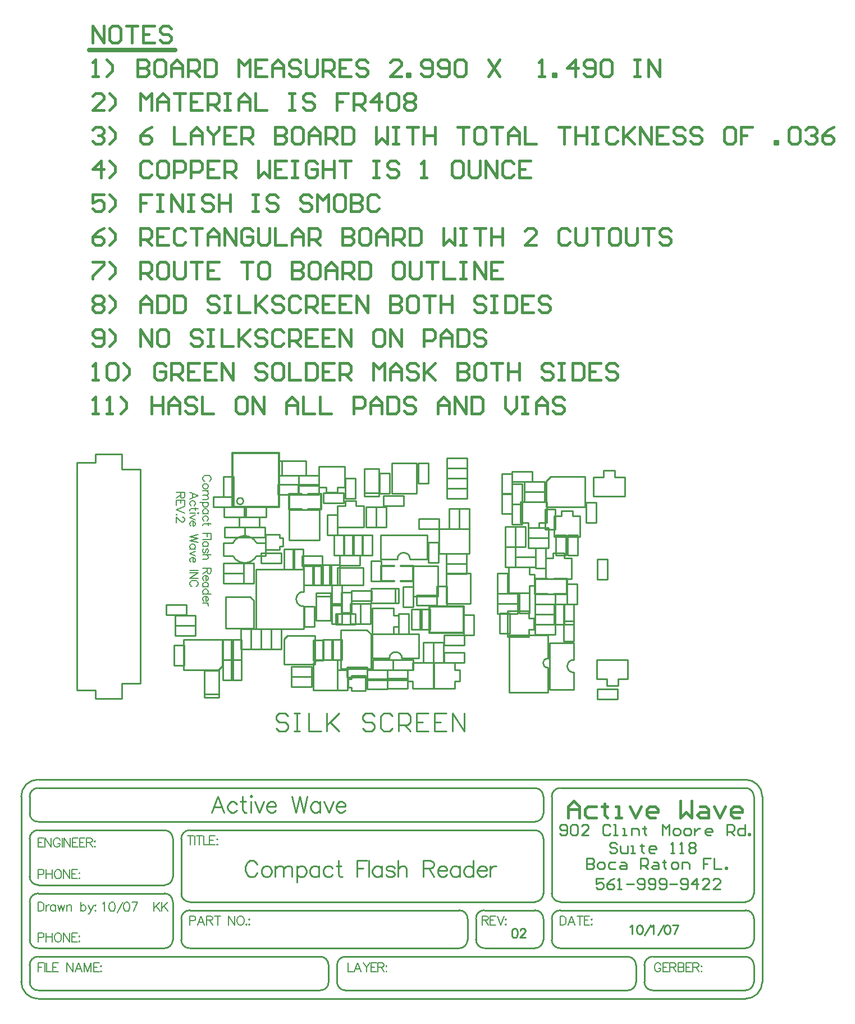
<source format=gto>
%FSLAX24Y24*%
%MOIN*%
G70*
G01*
G75*
G04 Layer_Color=16777215*
%ADD10C,0.0120*%
%ADD11R,0.0394X0.0197*%
%ADD12R,0.0300X0.0300*%
%ADD13C,0.0400*%
%ADD14R,0.0200X0.0500*%
%ADD15R,0.0591X0.0315*%
%ADD16R,0.0300X0.0300*%
%ADD17R,0.0551X0.0354*%
%ADD18R,0.0354X0.0551*%
%ADD19R,0.0250X0.0550*%
%ADD20R,0.0250X0.0520*%
%ADD21R,0.0250X0.0950*%
%ADD22R,0.0550X0.0250*%
%ADD23R,0.0950X0.0250*%
%ADD24R,0.0600X0.0270*%
%ADD25R,0.0236X0.1100*%
%ADD26R,0.1000X0.0236*%
%ADD27R,0.0700X0.0500*%
%ADD28O,0.0160X0.0600*%
%ADD29R,0.0236X0.0236*%
%ADD30O,0.0160X0.0600*%
%ADD31R,0.0394X0.0394*%
%ADD32R,0.0200X0.0300*%
%ADD33O,0.0240X0.0800*%
%ADD34R,0.0472X0.0472*%
%ADD35R,0.0600X0.0500*%
%ADD36R,0.0360X0.0500*%
%ADD37R,0.0360X0.0360*%
%ADD38R,0.1500X0.0500*%
%ADD39R,0.0394X0.0413*%
%ADD40R,0.0413X0.0866*%
%ADD41R,0.0394X0.0413*%
%ADD42O,0.0600X0.0160*%
%ADD43R,0.0500X0.0200*%
%ADD44R,0.0360X0.0360*%
%ADD45R,0.0500X0.0360*%
%ADD46R,0.0315X0.0591*%
%ADD47R,0.0700X0.0236*%
%ADD48C,0.0120*%
%ADD49C,0.0500*%
%ADD50C,0.0140*%
%ADD51C,0.0100*%
%ADD52C,0.0150*%
%ADD53C,0.0200*%
%ADD54C,0.0080*%
%ADD55C,0.0250*%
%ADD56C,0.0300*%
%ADD57C,0.0090*%
%ADD58C,0.0050*%
%ADD59R,0.0620X0.0620*%
%ADD60C,0.0620*%
%ADD61R,0.0620X0.0620*%
%ADD62C,0.0200*%
%ADD63C,0.0180*%
%ADD64C,0.0400*%
G04:AMPARAMS|DCode=65|XSize=67mil|YSize=67mil|CornerRadius=0mil|HoleSize=0mil|Usage=FLASHONLY|Rotation=0.000|XOffset=0mil|YOffset=0mil|HoleType=Round|Shape=Relief|Width=8mil|Gap=8mil|Entries=4|*
%AMTHD65*
7,0,0,0.0670,0.0510,0.0080,45*
%
%ADD65THD65*%
%ADD66C,0.0750*%
%ADD67C,0.0500*%
G04:AMPARAMS|DCode=68|XSize=42mil|YSize=42mil|CornerRadius=0mil|HoleSize=0mil|Usage=FLASHONLY|Rotation=0.000|XOffset=0mil|YOffset=0mil|HoleType=Round|Shape=Relief|Width=8mil|Gap=8mil|Entries=4|*
%AMTHD68*
7,0,0,0.0420,0.0260,0.0080,45*
%
%ADD68THD68*%
%ADD69C,0.0600*%
G04:AMPARAMS|DCode=70|XSize=52mil|YSize=52mil|CornerRadius=0mil|HoleSize=0mil|Usage=FLASHONLY|Rotation=0.000|XOffset=0mil|YOffset=0mil|HoleType=Round|Shape=Relief|Width=8mil|Gap=8mil|Entries=4|*
%AMTHD70*
7,0,0,0.0520,0.0360,0.0080,45*
%
%ADD70THD70*%
%ADD71R,0.0748X0.0591*%
%ADD72O,0.0140X0.0600*%
%ADD73R,0.0800X0.0600*%
%ADD74O,0.0157X0.0472*%
%ADD75R,0.2500X0.1400*%
%ADD76R,0.2500X0.1500*%
%ADD77R,0.0400X0.0400*%
%ADD78R,0.0800X0.2700*%
%ADD79R,0.0800X0.1600*%
%ADD80C,0.0157*%
%ADD81C,0.0220*%
%ADD82C,0.0060*%
D48*
X4900Y10800D02*
Y12400D01*
X7650Y10800D02*
Y14000D01*
X4900Y12400D02*
Y14000D01*
X18623Y3330D02*
Y4117D01*
X16575Y3330D02*
X18623D01*
X16575D02*
Y4117D01*
X18623D02*
Y4905D01*
X16575D02*
X18623D01*
X16575Y4117D02*
Y4905D01*
X22856Y5637D02*
Y6537D01*
X24755Y5637D02*
Y6537D01*
X22856Y5637D02*
X23605D01*
X22856Y6537D02*
X23605D01*
X24005D02*
X24755D01*
X24005Y5637D02*
X24755D01*
X4900Y10800D02*
X7650D01*
X4900Y14000D02*
X7650D01*
X8249Y10667D02*
Y11567D01*
X10149Y10667D02*
Y11567D01*
X8249Y10667D02*
X8999D01*
X8249Y11567D02*
X8999D01*
X9399D02*
X10149D01*
X9399Y10667D02*
X10149D01*
X14889Y6407D02*
X15639D01*
X14889Y7307D02*
X15639D01*
X13739D02*
X14489D01*
X13739Y6407D02*
X14489D01*
X15639D02*
Y7307D01*
X13739Y6407D02*
Y7307D01*
D51*
X5550Y11150D02*
G03*
X5550Y11150I-200J0D01*
G01*
X6317Y8684D02*
G03*
X5623Y9087I-695J-397D01*
G01*
Y7487D02*
G03*
X6317Y7890I0J800D01*
G01*
X4928D02*
G03*
X5623Y7487I695J397D01*
G01*
Y9087D02*
G03*
X4928Y8684I0J-800D01*
G01*
X9115Y5772D02*
G03*
X9115Y4904I0J-434D01*
G01*
X25153Y1736D02*
G03*
X25153Y988I0J-374D01*
G01*
X23609Y1812D02*
G03*
X23609Y1271I0J-270D01*
G01*
X14958Y1823D02*
G03*
X14210Y1823I-374J0D01*
G01*
X15438Y7713D02*
G03*
X14690Y7713I-374J0D01*
G01*
X18679Y5057D02*
X19029D01*
Y6857D01*
X17579D02*
X19029D01*
X17579Y5057D02*
Y6857D01*
Y5057D02*
X18679D01*
X16729Y5517D02*
X17079D01*
Y7317D01*
X15629D02*
X17079D01*
X15629Y5517D02*
Y7317D01*
Y5517D02*
X16729D01*
X7945Y1486D02*
Y2963D01*
Y1486D02*
X8870D01*
Y3179D02*
X9795D01*
Y1703D02*
Y3179D01*
Y1486D02*
Y1703D01*
X8870Y1486D02*
X9795D01*
X8161Y3179D02*
X8870D01*
X7945Y2963D02*
X8161Y3179D01*
X11219Y7927D02*
X11519D01*
Y9127D01*
X10919D02*
X11519D01*
X10919Y7927D02*
Y9127D01*
Y7927D02*
X11219D01*
X3217Y400D02*
Y774D01*
Y1109D01*
X3650D01*
X4083Y-309D02*
Y26D01*
X3650Y-309D02*
X4083D01*
X3217D02*
X3650D01*
X3217D02*
Y400D01*
X4083Y26D02*
Y1109D01*
X3650D02*
X4083D01*
Y-506D02*
Y-309D01*
X3552Y-506D02*
X4083D01*
X3217D02*
X3552D01*
X3217D02*
Y-309D01*
X8550Y13533D02*
X8924D01*
X9259D01*
Y13100D02*
Y13533D01*
X7841Y12667D02*
X8176D01*
X7841D02*
Y13100D01*
Y13533D01*
X8550D01*
X8176Y12667D02*
X9259D01*
Y13100D01*
X7644Y12667D02*
X7841D01*
X7644D02*
Y13198D01*
Y13533D01*
X7841D01*
X12717Y11444D02*
Y11641D01*
Y11444D02*
X13052D01*
X13583D01*
Y11641D01*
X13150Y13059D02*
X13583D01*
Y11976D02*
Y13059D01*
X12717Y11641D02*
Y12350D01*
Y11641D02*
X13150D01*
X13583D01*
Y11976D01*
X12717Y13059D02*
X13150D01*
X12717Y12724D02*
Y13059D01*
Y12350D02*
Y12724D01*
X10732Y4413D02*
Y4787D01*
Y4079D02*
Y4413D01*
X10299Y4079D02*
X10732D01*
X9866Y5161D02*
Y5496D01*
X10299D01*
X10732D01*
Y4787D02*
Y5496D01*
X9866Y4079D02*
Y5161D01*
Y4079D02*
X10299D01*
X9866Y5496D02*
Y5693D01*
X10397D01*
X10732D01*
Y5496D02*
Y5693D01*
X13476Y5117D02*
X13850D01*
X13141D02*
X13476D01*
X13141D02*
Y5550D01*
X14224Y5983D02*
X14559D01*
Y5550D02*
Y5983D01*
Y5117D02*
Y5550D01*
X13850Y5117D02*
X14559D01*
X13141Y5983D02*
X14224D01*
X13141Y5550D02*
Y5983D01*
X14559D02*
X14756D01*
Y5452D02*
Y5983D01*
Y5117D02*
Y5452D01*
X14559Y5117D02*
X14756D01*
X13119Y1212D02*
Y2362D01*
X12719Y1212D02*
X13119D01*
X11319Y2362D02*
Y3512D01*
X11719D01*
X11319Y1212D02*
X12719D01*
X11319D02*
Y2362D01*
X13119D02*
Y3262D01*
X12869Y3512D02*
X13119Y3262D01*
X11719Y3512D02*
X12869D01*
X950Y4700D02*
Y5000D01*
X2150D01*
Y4400D02*
Y5000D01*
X950Y4400D02*
X2150D01*
X950D02*
Y4700D01*
X4299Y1387D02*
Y2537D01*
X4049Y1137D02*
X4299Y1387D01*
X3149Y1137D02*
X4049D01*
X1999Y2937D02*
X3149D01*
X1999Y1537D02*
Y2937D01*
X4299Y2537D02*
Y2937D01*
X3149D02*
X4299D01*
X1999Y1137D02*
Y1537D01*
Y1137D02*
X3149D01*
X8825Y12364D02*
Y12664D01*
X10025D01*
Y12064D02*
Y12664D01*
X8825Y12064D02*
X10025D01*
X8825D02*
Y12364D01*
X-3234Y13951D02*
X-1834D01*
X-3234Y13451D02*
Y13951D01*
X-4334Y13451D02*
X-3234D01*
X-4334Y12901D02*
Y13451D01*
X-1834Y13951D02*
X-1684D01*
Y13051D02*
Y13951D01*
Y13051D02*
X-584D01*
Y12751D02*
Y13051D01*
X-4334Y-49D02*
X-3234D01*
X-4334D02*
Y501D01*
X-1684Y-549D02*
Y351D01*
X-584D01*
Y651D01*
X-3234Y-549D02*
Y-49D01*
Y-549D02*
X-1684D01*
X-4334Y501D02*
Y12901D01*
X-584Y651D02*
Y12751D01*
X6317Y8684D02*
X6873D01*
Y8287D02*
Y8684D01*
X6317Y7890D02*
X6873D01*
Y8287D01*
X4373Y7890D02*
X4928D01*
X4373D02*
Y8287D01*
Y8684D02*
X4928D01*
X4373Y8287D02*
Y8684D01*
X23529Y11197D02*
Y12347D01*
X23779Y12597D01*
X24679D01*
Y10797D02*
X25829D01*
Y12197D01*
X23529Y10797D02*
Y11197D01*
Y10797D02*
X24679D01*
X25829Y12197D02*
Y12597D01*
X24679D02*
X25829D01*
X9689Y1524D02*
X9892Y1727D01*
X11139D01*
X9689Y-73D02*
Y1524D01*
Y-73D02*
X11139D01*
Y1727D01*
X10039D02*
X11139D01*
X9115Y3586D02*
Y4904D01*
X8465Y3586D02*
X9115D01*
X6300Y5338D02*
Y7090D01*
X6949D01*
X6300Y3586D02*
X8465D01*
X6300D02*
Y5338D01*
X6949Y7090D02*
X9115D01*
Y5772D02*
Y7090D01*
X6873Y8261D02*
Y9147D01*
Y9167D01*
X7700Y8970D02*
Y9167D01*
Y8970D02*
X7896D01*
X7700Y8261D02*
Y8458D01*
X7896D01*
X6873Y9167D02*
X7700D01*
X6873Y8261D02*
X7700D01*
X7896Y8458D02*
Y8970D01*
X23716Y-16D02*
Y811D01*
Y-16D02*
X24071D01*
X24799Y2740D02*
X25153D01*
X23716Y811D02*
Y2740D01*
X24799D01*
X24071Y-16D02*
X25153D01*
Y988D01*
Y1736D02*
Y2740D01*
X11131Y6697D02*
Y7209D01*
X11899D01*
X11131Y6185D02*
Y6697D01*
Y6185D02*
X11899D01*
X12666Y6697D02*
Y7209D01*
X11899D02*
X12666D01*
Y6185D02*
Y6697D01*
X11899Y6185D02*
X12666D01*
X11009Y3847D02*
X11119D01*
X11009D02*
Y4487D01*
X11119D01*
X11289Y3847D02*
X12179D01*
Y4307D01*
X11119Y4487D02*
X12009D01*
X11119Y4027D02*
Y4487D01*
Y3847D02*
Y4027D01*
Y3847D02*
X11289D01*
X12179Y4307D02*
Y4487D01*
X12009D02*
X12179D01*
X21309Y-183D02*
X23609D01*
X21309D02*
Y3217D01*
X23609D01*
Y-183D02*
Y1271D01*
Y1812D02*
Y3217D01*
X24106Y8077D02*
X24576D01*
Y7777D02*
Y8077D01*
Y7777D02*
X25025D01*
Y6527D02*
Y7777D01*
X23475Y6527D02*
X25025D01*
X23475D02*
Y7777D01*
X23925D01*
Y8077D01*
X24106D01*
X8250Y10650D02*
X9750D01*
X8250Y9750D02*
Y10650D01*
X8550Y8850D02*
X10050D01*
Y9750D01*
X9750Y10650D02*
X10050D01*
Y9750D02*
Y10650D01*
X8250Y8850D02*
X8550D01*
X8250D02*
Y9750D01*
X14359Y11597D02*
X15459D01*
X14359D02*
Y13397D01*
X15809D01*
Y11597D02*
Y13397D01*
X15459Y11597D02*
X15809D01*
X28175Y11429D02*
Y12571D01*
X27585D02*
X28175D01*
X27585D02*
Y12984D01*
X27250D02*
X27585D01*
X27250Y11429D02*
X28175D01*
X26325D02*
Y12571D01*
X26915D01*
Y12984D01*
X27250D01*
X26325Y11429D02*
X27250D01*
X10469Y11659D02*
X10939D01*
X10469D02*
Y11959D01*
X10019D02*
X10469D01*
X10019D02*
Y13209D01*
X11569D01*
Y11959D02*
Y13209D01*
X11119Y11959D02*
X11569D01*
X11119Y11659D02*
Y11959D01*
X10939Y11659D02*
X11119D01*
X26520Y608D02*
Y1749D01*
Y608D02*
X27111D01*
Y194D02*
Y608D01*
Y194D02*
X27445D01*
X26520Y1749D02*
X27445D01*
X28371Y608D02*
Y1749D01*
X27780Y608D02*
X28371D01*
X27780Y194D02*
Y608D01*
X27445Y194D02*
X27780D01*
X27445Y1749D02*
X28371D01*
X8399Y737D02*
Y1037D01*
Y737D02*
X9599D01*
Y1337D01*
X8399D02*
X9599D01*
X8399Y1037D02*
Y1337D01*
X6886Y10220D02*
Y10520D01*
X5686Y10220D02*
X6886D01*
X5686D02*
Y10820D01*
X6886D01*
Y10520D02*
Y10820D01*
X11689Y1007D02*
Y1307D01*
X12889D01*
Y707D02*
Y1307D01*
X11689Y707D02*
X12889D01*
X11689D02*
Y1007D01*
X24615Y10577D02*
X25085D01*
Y10277D02*
Y10577D01*
Y10277D02*
X25536D01*
Y9027D02*
Y10277D01*
X23986Y9027D02*
X25536D01*
X23986D02*
Y10277D01*
X24436D01*
Y10577D01*
X24615D01*
X5849Y6269D02*
X6149D01*
Y7469D01*
X5549D02*
X6149D01*
X5549Y6269D02*
Y7469D01*
Y6269D02*
X5849D01*
X17159Y9489D02*
Y9789D01*
X15959Y9489D02*
X17159D01*
X15959D02*
Y10089D01*
X17159D01*
Y9789D02*
Y10089D01*
X15929Y12197D02*
X16229D01*
X15929D02*
Y13397D01*
X16529D01*
Y12197D02*
Y13397D01*
X16229Y12197D02*
X16529D01*
X15042Y10867D02*
Y11167D01*
X13842Y10867D02*
X15042D01*
X13842D02*
Y11467D01*
X15042D01*
Y11167D02*
Y11467D01*
X13939Y12797D02*
X14239D01*
Y11597D02*
Y12797D01*
X13639Y11597D02*
X14239D01*
X13639D02*
Y12797D01*
X13939D01*
X24859Y4037D02*
X25159D01*
Y2837D02*
Y4037D01*
X24559Y2837D02*
X25159D01*
X24559D02*
Y4037D01*
X24859D01*
X9119Y7387D02*
X9419D01*
X9119Y6187D02*
Y7387D01*
Y6187D02*
X9719D01*
Y7387D01*
X9419D02*
X9719D01*
X9169Y4897D02*
X9469D01*
X9169Y3697D02*
Y4897D01*
Y3697D02*
X9769D01*
Y4897D01*
X9469D02*
X9769D01*
X7198Y3587D02*
X7498D01*
X7198Y2387D02*
Y3587D01*
Y2387D02*
X7798D01*
Y3587D01*
X7498D02*
X7798D01*
X15539Y4747D02*
X15839D01*
X15539Y3547D02*
Y4747D01*
Y3547D02*
X16139D01*
Y4747D01*
X15839D02*
X16139D01*
X10799Y5057D02*
X11099D01*
X10799Y3857D02*
Y5057D01*
Y3857D02*
X11399D01*
Y5057D01*
X11099D02*
X11399D01*
X6598Y3587D02*
X6898D01*
X6598Y2387D02*
Y3587D01*
Y2387D02*
X7198D01*
Y3587D01*
X6898D02*
X7198D01*
X5998D02*
X6298D01*
X5998Y2387D02*
Y3587D01*
Y2387D02*
X6598D01*
Y3587D01*
X6298D02*
X6598D01*
X10025Y11854D02*
Y12154D01*
X8825D02*
X10025D01*
X8825Y11554D02*
Y12154D01*
Y11554D02*
X10025D01*
Y11854D01*
X4666Y11401D02*
X4966D01*
Y12601D01*
X4366D02*
X4966D01*
X4366Y11401D02*
Y12601D01*
Y11401D02*
X4666D01*
X24755Y6237D02*
X25055D01*
X24755Y5037D02*
Y6237D01*
Y5037D02*
X25356D01*
Y6237D01*
X25055D02*
X25356D01*
X1492Y3187D02*
Y3487D01*
Y3187D02*
X2692D01*
Y3787D01*
X1492D02*
X2692D01*
X1492Y3487D02*
Y3787D01*
X11359Y5737D02*
X11659D01*
X11359Y4537D02*
Y5737D01*
Y4537D02*
X11959D01*
Y5737D01*
X11659D02*
X11959D01*
X12339Y7927D02*
X12639D01*
Y9127D01*
X12039D02*
X12639D01*
X12039Y7927D02*
Y9127D01*
Y7927D02*
X12339D01*
X7799Y7757D02*
Y8057D01*
X6599D02*
X7799D01*
X6599Y7457D02*
Y8057D01*
Y7457D02*
X7799D01*
Y7757D01*
X6503Y9607D02*
Y9907D01*
X5303Y9607D02*
X6503D01*
X5303D02*
Y10207D01*
X6503D01*
Y9907D02*
Y10207D01*
X14090Y832D02*
Y1132D01*
X12890D02*
X14090D01*
X12890Y532D02*
Y1132D01*
Y532D02*
X14090D01*
Y832D01*
X10839Y9137D02*
X11139D01*
Y10337D01*
X10539D02*
X11139D01*
X10539Y9137D02*
Y10337D01*
Y9137D02*
X10839D01*
X16339Y4747D02*
X16639D01*
Y3547D02*
Y4747D01*
X16039Y3547D02*
X16639D01*
X16039D02*
Y4747D01*
X16339D01*
X12839Y10807D02*
X13139D01*
X12839Y9607D02*
Y10807D01*
Y9607D02*
X13439D01*
Y10807D01*
X13139D02*
X13439D01*
X22856Y5037D02*
Y5337D01*
Y5037D02*
X24056D01*
Y5637D01*
X22856D02*
X24056D01*
X22856Y5337D02*
Y5637D01*
X22445Y8967D02*
Y9267D01*
Y8967D02*
X23646D01*
Y9567D01*
X22445D02*
X23646D01*
X22445Y9267D02*
Y9567D01*
X21795Y10987D02*
X22095D01*
Y12187D01*
X21495D02*
X22095D01*
X21495Y10987D02*
Y12187D01*
Y10987D02*
X21795D01*
X21676Y9647D02*
X21976D01*
X21676Y8447D02*
Y9647D01*
Y8447D02*
X22276D01*
Y9647D01*
X21976D02*
X22276D01*
X23439Y11107D02*
Y11407D01*
X22239Y11107D02*
X23439D01*
X22239D02*
Y11707D01*
X23439D01*
Y11407D02*
Y11707D01*
X21825Y5387D02*
Y5687D01*
X20626D02*
X21825D01*
X20626Y5087D02*
Y5687D01*
Y5087D02*
X21825D01*
Y5387D01*
X21186Y11587D02*
X21486D01*
Y12787D01*
X20886D02*
X21486D01*
X20886Y11587D02*
Y12787D01*
Y11587D02*
X21186D01*
X4322Y2937D02*
X4622D01*
X4322Y1737D02*
Y2937D01*
Y1737D02*
X4922D01*
Y2937D01*
X4622D02*
X4922D01*
X15290Y832D02*
Y1132D01*
X14090D02*
X15290D01*
X14090Y532D02*
Y1132D01*
Y532D02*
X15290D01*
Y832D01*
X17319Y4907D02*
X17619D01*
Y6107D01*
X17019D02*
X17619D01*
X17019Y4907D02*
Y6107D01*
Y4907D02*
X17319D01*
X25905Y11087D02*
X26205D01*
X25905Y9887D02*
Y11087D01*
Y9887D02*
X26505D01*
Y11087D01*
X26205D02*
X26505D01*
X13209Y1147D02*
Y1447D01*
Y1147D02*
X14409D01*
Y1747D01*
X13209D02*
X14409D01*
X13209Y1447D02*
Y1747D01*
X17029Y5257D02*
Y5557D01*
X15829D02*
X17029D01*
X15829Y4957D02*
Y5557D01*
Y4957D02*
X17029D01*
Y5257D01*
X17449Y1587D02*
Y1887D01*
Y1587D02*
X18649D01*
Y2187D01*
X17449D02*
X18649D01*
X17449Y1887D02*
Y2187D01*
X7969Y8297D02*
X8269D01*
X7969Y7097D02*
Y8297D01*
Y7097D02*
X8569D01*
Y8297D01*
X8269D02*
X8569D01*
X17442Y2607D02*
Y2907D01*
Y2607D02*
X18642D01*
Y3207D01*
X17442D02*
X18642D01*
X17442Y2907D02*
Y3207D01*
X2692Y4087D02*
Y4387D01*
X1492D02*
X2692D01*
X1492Y3787D02*
Y4387D01*
Y3787D02*
X2692D01*
Y4087D01*
X11269Y7327D02*
Y7627D01*
Y7327D02*
X12469D01*
Y7927D01*
X11269D02*
X12469D01*
X11269Y7627D02*
Y7927D01*
X21489Y12307D02*
Y12607D01*
Y12307D02*
X22689D01*
Y12907D01*
X21489D02*
X22689D01*
X21489Y12607D02*
Y12907D01*
X5576Y10210D02*
Y10510D01*
X4376Y10210D02*
X5576D01*
X4376D02*
Y10810D01*
X5576D01*
Y10510D02*
Y10810D01*
X15339Y4857D02*
X15639D01*
Y6057D01*
X15039D02*
X15639D01*
X15039Y4857D02*
Y6057D01*
Y4857D02*
X15339D01*
X4349Y6569D02*
Y6869D01*
X5549D01*
Y6269D02*
Y6869D01*
X4349Y6269D02*
X5549D01*
X4349D02*
Y6569D01*
X20626Y6887D02*
X20926D01*
X20626Y5687D02*
Y6887D01*
Y5687D02*
X21226D01*
Y6887D01*
X20926D02*
X21226D01*
X11759Y11167D02*
X12229D01*
Y10867D02*
Y11167D01*
Y10867D02*
X12679D01*
Y9617D02*
Y10867D01*
X11129Y9617D02*
X12679D01*
X11129D02*
Y10867D01*
X11579D01*
Y11167D01*
X11759D01*
X15049Y3257D02*
X15349D01*
Y4457D01*
X14749D02*
X15349D01*
X14749Y3257D02*
Y4457D01*
Y3257D02*
X15049D01*
X21495Y10987D02*
X21795D01*
X21495Y9787D02*
Y10987D01*
Y9787D02*
X22095D01*
Y10987D01*
X21795D02*
X22095D01*
X24385Y7937D02*
X24685D01*
Y9137D01*
X24086D02*
X24685D01*
X24086Y7937D02*
Y9137D01*
Y7937D02*
X24385D01*
X12799Y5067D02*
X13099D01*
Y3867D02*
Y5067D01*
X12499Y3867D02*
X13099D01*
X12499D02*
Y5067D01*
X12799D01*
X23646Y8667D02*
Y8967D01*
X22445D02*
X23646D01*
X22445Y8367D02*
Y8967D01*
Y8367D02*
X23646D01*
Y8667D01*
X1426Y1411D02*
X1726D01*
X1426D02*
Y2611D01*
X2026D01*
Y1411D02*
Y2611D01*
X1726Y1411D02*
X2026D01*
X10799Y6187D02*
X11099D01*
X10799Y4987D02*
Y6187D01*
Y4987D02*
X11399D01*
Y6187D01*
X11099D02*
X11399D01*
X11779Y7927D02*
X12079D01*
Y9127D01*
X11479D02*
X12079D01*
X11479Y7927D02*
Y9127D01*
Y7927D02*
X11779D01*
X11889Y11307D02*
X12189D01*
Y12507D01*
X11589D02*
X12189D01*
X11589Y11307D02*
Y12507D01*
Y11307D02*
X11889D01*
X10459Y6187D02*
X10759D01*
Y7387D01*
X10159D02*
X10759D01*
X10159Y6187D02*
Y7387D01*
Y6187D02*
X10459D01*
X3766Y10801D02*
Y11101D01*
Y10801D02*
X4966D01*
Y11401D01*
X3766D02*
X4966D01*
X3766Y11101D02*
Y11401D01*
X15290Y482D02*
Y662D01*
Y482D02*
X15590D01*
Y32D02*
Y482D01*
Y32D02*
X16840D01*
Y1582D01*
X15590D02*
X16840D01*
X15590Y1132D02*
Y1582D01*
X15290Y1132D02*
X15590D01*
X15290Y662D02*
Y1132D01*
X18399Y947D02*
Y1127D01*
X18099D02*
X18399D01*
X18099D02*
Y1577D01*
X16849D02*
X18099D01*
X16849Y27D02*
Y1577D01*
Y27D02*
X18099D01*
Y477D01*
X18399D01*
Y947D01*
X22239Y12010D02*
Y12310D01*
X23439D01*
Y11710D02*
Y12310D01*
X22239Y11710D02*
X23439D01*
X22239D02*
Y12010D01*
X22856Y4437D02*
Y4737D01*
Y4437D02*
X24056D01*
Y5037D01*
X22856D02*
X24056D01*
X22856Y4737D02*
Y5037D01*
X8805Y11554D02*
Y11854D01*
X7605Y11554D02*
X8805D01*
X7605D02*
Y12154D01*
X8805D01*
Y11854D02*
Y12154D01*
X5398Y3587D02*
X5698D01*
X5398Y2387D02*
Y3587D01*
Y2387D02*
X5998D01*
Y3587D01*
X5698D02*
X5998D01*
X22875Y7547D02*
Y7847D01*
X21676D02*
X22875D01*
X21676Y7247D02*
Y7847D01*
Y7247D02*
X22875D01*
Y7547D01*
X6813Y9307D02*
Y9607D01*
X5613D02*
X6813D01*
X5613Y9007D02*
Y9607D01*
Y9007D02*
X6813D01*
Y9307D01*
X24776Y9137D02*
X25076D01*
X24776Y7937D02*
Y9137D01*
Y7937D02*
X25375D01*
Y9137D01*
X25076D02*
X25375D01*
X23175Y7167D02*
X23475D01*
Y8367D01*
X22875D02*
X23475D01*
X22875Y7167D02*
Y8367D01*
Y7167D02*
X23175D01*
X18639Y4400D02*
X18939D01*
X18639Y3200D02*
Y4400D01*
Y3200D02*
X19239D01*
Y4400D01*
X18939D02*
X19239D01*
X17139Y1587D02*
X17439D01*
Y2787D01*
X16839D02*
X17439D01*
X16839Y1587D02*
Y2787D01*
Y1587D02*
X17139D01*
X9649Y7387D02*
X9949D01*
X9649Y6187D02*
Y7387D01*
Y6187D02*
X10249D01*
Y7387D01*
X9949D02*
X10249D01*
X21075Y8447D02*
X21376D01*
X21075Y7247D02*
Y8447D01*
Y7247D02*
X21676D01*
Y8447D01*
X21376D02*
X21676D01*
X22856Y3237D02*
Y3537D01*
Y3237D02*
X24056D01*
Y3837D01*
X22856D02*
X24056D01*
X22856Y3537D02*
Y3837D01*
X21376Y8447D02*
X21676D01*
Y9647D01*
X21075D02*
X21676D01*
X21075Y8447D02*
Y9647D01*
Y8447D02*
X21376D01*
X27745Y-301D02*
Y-1D01*
X26546D02*
X27745D01*
X26546Y-601D02*
Y-1D01*
Y-601D02*
X27745D01*
Y-301D01*
X12199Y3867D02*
X12499D01*
Y5067D01*
X11899D02*
X12499D01*
X11899Y3867D02*
Y5067D01*
Y3867D02*
X12199D01*
X10003Y1716D02*
X10303D01*
Y2916D01*
X9703D02*
X10303D01*
X9703Y1716D02*
Y2916D01*
Y1716D02*
X10003D01*
X11119Y1137D02*
X11419D01*
X11119Y-63D02*
Y1137D01*
Y-63D02*
X11719D01*
Y1137D01*
X11419D02*
X11719D01*
X12899Y7927D02*
X13199D01*
Y9127D01*
X12599D02*
X13199D01*
X12599Y7927D02*
Y9127D01*
Y7927D02*
X12899D01*
X5549Y7169D02*
Y7469D01*
X4349D02*
X5549D01*
X4349Y6869D02*
Y7469D01*
Y6869D02*
X5549D01*
Y7169D01*
X10669Y7387D02*
X10969D01*
X10669Y6187D02*
Y7387D01*
Y6187D02*
X11269D01*
Y7387D01*
X10969D02*
X11269D01*
X21825Y4787D02*
Y5087D01*
X20626D02*
X21825D01*
X20626Y4487D02*
Y5087D01*
Y4487D02*
X21825D01*
Y4787D01*
X12890Y312D02*
Y612D01*
X14090D01*
Y12D02*
Y612D01*
X12890Y12D02*
X14090D01*
X12890D02*
Y312D01*
X4322Y537D02*
X4622D01*
X4322D02*
Y1737D01*
X4922D01*
Y537D02*
Y1737D01*
X4622Y537D02*
X4922D01*
X23449Y10687D02*
X23749D01*
X23449Y9487D02*
Y10687D01*
Y9487D02*
X24049D01*
Y10687D01*
X23749D02*
X24049D01*
X21925Y4497D02*
X22225D01*
X21925D02*
Y5697D01*
X22525D01*
Y4497D02*
Y5697D01*
X22225Y4497D02*
X22525D01*
X15290Y322D02*
Y622D01*
X14090D02*
X15290D01*
X14090Y22D02*
Y622D01*
Y22D02*
X15290D01*
Y322D01*
X21186Y10417D02*
X21486D01*
Y11617D01*
X20886D02*
X21486D01*
X20886Y10417D02*
Y11617D01*
Y10417D02*
X21186D01*
X24056Y3837D02*
Y4137D01*
X22856Y3837D02*
X24056D01*
X22856D02*
Y4437D01*
X24056D01*
Y4137D02*
Y4437D01*
X22826Y6617D02*
Y6797D01*
X22525D02*
X22826D01*
X22525D02*
Y7247D01*
X21275D02*
X22525D01*
X21275Y5697D02*
Y7247D01*
Y5697D02*
X22525D01*
Y6147D01*
X22826D01*
Y6617D01*
X22915Y9567D02*
X23096D01*
Y9867D01*
X23545D01*
Y11117D01*
X21995D02*
X23545D01*
X21995Y9867D02*
Y11117D01*
Y9867D02*
X22445D01*
Y9567D02*
Y9867D01*
Y9567D02*
X22915D01*
X14958Y1823D02*
X15962D01*
X13207D02*
X14210D01*
X13207D02*
Y2905D01*
X15962Y2177D02*
Y3260D01*
X14033D02*
X15962D01*
Y1823D02*
Y2177D01*
X13207Y2905D02*
Y3260D01*
X14033D01*
X12786Y-73D02*
Y813D01*
Y-92D02*
Y-73D01*
X11959Y-92D02*
Y104D01*
X11762D02*
X11959D01*
Y616D02*
Y813D01*
X11762Y616D02*
X11959D01*
Y-92D02*
X12786D01*
X11959Y813D02*
X12786D01*
X11762Y104D02*
Y616D01*
X22776Y3547D02*
Y4017D01*
X22476Y3547D02*
X22776D01*
X22476Y3097D02*
Y3547D01*
X21226Y3097D02*
X22476D01*
X21226D02*
Y4647D01*
X22476D01*
Y4197D02*
Y4647D01*
Y4197D02*
X22776D01*
Y4017D02*
Y4197D01*
X21049Y4496D02*
X21349D01*
Y3296D02*
Y4496D01*
X20749Y3296D02*
X21349D01*
X20749D02*
Y4496D01*
X21049D01*
X24559Y5047D02*
X24859D01*
X24559Y3847D02*
Y5047D01*
Y3847D02*
X25159D01*
Y5047D01*
X24859D02*
X25159D01*
X23999D02*
X24299D01*
X23999Y3847D02*
Y5047D01*
Y3847D02*
X24599D01*
Y5047D01*
X24299D02*
X24599D01*
X14749Y4177D02*
Y4357D01*
X14449D02*
X14749D01*
X14449D02*
Y4807D01*
X13199D02*
X14449D01*
X13199Y3257D02*
Y4807D01*
Y3257D02*
X14449D01*
Y3707D01*
X14749D01*
Y4177D01*
X16539Y1587D02*
X16839D01*
Y2787D01*
X16239D02*
X16839D01*
X16239Y1587D02*
Y2787D01*
Y1587D02*
X16539D01*
X18959Y9147D02*
Y9497D01*
X17159D02*
X18959D01*
X17159Y8047D02*
Y9497D01*
Y8047D02*
X18959D01*
Y9147D01*
X13429Y6397D02*
X13729D01*
Y7597D01*
X13129D02*
X13729D01*
X13129Y6397D02*
Y7597D01*
Y6397D02*
X13429D01*
X17749Y10697D02*
X18049D01*
X17749Y9497D02*
Y10697D01*
Y9497D02*
X18349D01*
Y10697D01*
X18049D02*
X18349D01*
X16529Y8707D02*
X16829D01*
X16529Y7507D02*
Y8707D01*
Y7507D02*
X17129D01*
Y8707D01*
X16829D02*
X17129D01*
X18649Y9497D02*
X18949D01*
Y10697D01*
X18349D02*
X18949D01*
X18349Y9497D02*
Y10697D01*
Y9497D02*
X18649D01*
X15438Y7713D02*
X16442D01*
X13687D02*
X14690D01*
X13687D02*
Y8795D01*
X16442Y8067D02*
Y9150D01*
X14513D02*
X16442D01*
Y7713D02*
Y8067D01*
X13687Y8795D02*
Y9150D01*
X14513D01*
X17619Y11917D02*
Y12217D01*
Y11917D02*
X18819D01*
Y12517D01*
X17619D02*
X18819D01*
X17619Y12217D02*
Y12517D01*
Y11317D02*
Y11617D01*
Y11317D02*
X18819D01*
Y11917D01*
X17619D02*
X18819D01*
X17619Y11617D02*
Y11917D01*
Y12517D02*
Y12817D01*
Y12517D02*
X18819D01*
Y13117D01*
X17619D02*
X18819D01*
X17619Y12817D02*
Y13117D01*
X18779Y6847D02*
Y7147D01*
X17579Y6847D02*
X18779D01*
X17579D02*
Y7447D01*
X18779D01*
Y7147D02*
Y7447D01*
X13439Y10809D02*
X13739D01*
X13439Y9609D02*
Y10809D01*
Y9609D02*
X14039D01*
Y10809D01*
X13739D02*
X14039D01*
X5613Y9007D02*
Y9307D01*
X4413Y9007D02*
X5613D01*
X4413D02*
Y9607D01*
X5613D01*
Y9307D02*
Y9607D01*
X17579Y7747D02*
Y8047D01*
X18779D01*
Y7447D02*
Y8047D01*
X17579Y7447D02*
X18779D01*
X17579D02*
Y7747D01*
X5957Y5457D02*
X6174Y5241D01*
Y4532D02*
Y5241D01*
X4481Y3607D02*
Y4532D01*
Y3607D02*
X4697D01*
X6174D01*
Y4532D01*
X4481D02*
Y5457D01*
X5957D01*
X5122Y1737D02*
X5422D01*
Y537D02*
Y1737D01*
X4822Y537D02*
X5422D01*
X4822D02*
Y1737D01*
X5122D01*
Y2937D02*
X5422D01*
Y1737D02*
Y2937D01*
X4822Y1737D02*
X5422D01*
X4822D02*
Y2937D01*
X5122D01*
X10779Y2929D02*
X11079D01*
X10779Y1729D02*
Y2929D01*
Y1729D02*
X11379D01*
Y2929D01*
X11079D02*
X11379D01*
X10259Y1729D02*
X10559D01*
X10259D02*
Y2929D01*
X10859D01*
Y1729D02*
Y2929D01*
X10559Y1729D02*
X10859D01*
X9600Y450D02*
Y750D01*
X8400D02*
X9600D01*
X8400Y150D02*
Y750D01*
Y150D02*
X9600D01*
Y450D01*
X18819Y13417D02*
Y13717D01*
X17619D02*
X18819D01*
X17619Y13117D02*
Y13717D01*
Y13117D02*
X18819D01*
Y13417D01*
X8779Y8297D02*
X9079D01*
Y7097D02*
Y8297D01*
X8479Y7097D02*
X9079D01*
X8479D02*
Y8297D01*
X8779D01*
X10239Y7317D02*
Y7617D01*
X9039Y7317D02*
X10239D01*
X9039D02*
Y7917D01*
X10239D01*
Y7617D02*
Y7917D01*
X26850Y7700D02*
X27150D01*
Y6500D02*
Y7700D01*
X26550Y6500D02*
X27150D01*
X26550D02*
Y7700D01*
X26850D01*
X10299Y11039D02*
Y11339D01*
Y11039D02*
X11499D01*
Y11639D01*
X10299D02*
X11499D01*
X10299Y11339D02*
Y11639D01*
X11950Y5250D02*
Y5550D01*
Y5250D02*
X13150D01*
Y5850D01*
X11950D02*
X13150D01*
X11950Y5550D02*
Y5850D01*
X15610Y1450D02*
Y1750D01*
X14410D02*
X15610D01*
X14410Y1150D02*
Y1750D01*
Y1150D02*
X15610D01*
Y1450D01*
X8188Y-1602D02*
X8010Y-1425D01*
X7654D01*
X7477Y-1602D01*
Y-1780D01*
X7654Y-1958D01*
X8010D01*
X8188Y-2136D01*
Y-2313D01*
X8010Y-2491D01*
X7654D01*
X7477Y-2313D01*
X8543Y-1425D02*
X8898D01*
X8721D01*
Y-2491D01*
X8543D01*
X8898D01*
X9432Y-1425D02*
Y-2491D01*
X10143D01*
X10498Y-1425D02*
Y-2491D01*
Y-2136D01*
X11209Y-1425D01*
X10676Y-1958D01*
X11209Y-2491D01*
X13341Y-1602D02*
X13164Y-1425D01*
X12808D01*
X12631Y-1602D01*
Y-1780D01*
X12808Y-1958D01*
X13164D01*
X13341Y-2136D01*
Y-2313D01*
X13164Y-2491D01*
X12808D01*
X12631Y-2313D01*
X14408Y-1602D02*
X14230Y-1425D01*
X13875D01*
X13697Y-1602D01*
Y-2313D01*
X13875Y-2491D01*
X14230D01*
X14408Y-2313D01*
X14763Y-2491D02*
Y-1425D01*
X15296D01*
X15474Y-1602D01*
Y-1958D01*
X15296Y-2136D01*
X14763D01*
X15119D02*
X15474Y-2491D01*
X16540Y-1425D02*
X15830D01*
Y-2491D01*
X16540D01*
X15830Y-1958D02*
X16185D01*
X17607Y-1425D02*
X16896D01*
Y-2491D01*
X17607D01*
X16896Y-1958D02*
X17251D01*
X17962Y-2491D02*
Y-1425D01*
X18673Y-2491D01*
Y-1425D01*
X35851Y-13606D02*
G03*
X35361Y-13116I-490J0D01*
G01*
X24351D02*
G03*
X23851Y-13616I0J-500D01*
G01*
X35351Y-12616D02*
G03*
X35851Y-12116I0J500D01*
G01*
X23851D02*
G03*
X24351Y-12616I500J0D01*
G01*
X-6649Y-5366D02*
G03*
X-7649Y-6366I0J-1000D01*
G01*
Y-17356D02*
G03*
X-6656Y-18366I1010J0D01*
G01*
X35351Y-18366D02*
G03*
X36351Y-17366I0J1000D01*
G01*
Y-6366D02*
G03*
X35351Y-5366I-1000J0D01*
G01*
X35851Y-6356D02*
G03*
X35344Y-5866I-490J0D01*
G01*
X35351Y-15366D02*
G03*
X35851Y-14866I0J500D01*
G01*
X35851Y-16357D02*
G03*
X35351Y-15866I-500J-9D01*
G01*
Y-17866D02*
G03*
X35851Y-17366I0J500D01*
G01*
X22851Y-15366D02*
G03*
X23351Y-14866I0J500D01*
G01*
X23851Y-14876D02*
G03*
X24350Y-15366I490J0D01*
G01*
X23351Y-13606D02*
G03*
X22861Y-13116I-490J0D01*
G01*
X-7149Y-17366D02*
G03*
X-6658Y-17866I500J0D01*
G01*
X22860Y-12616D02*
G03*
X23351Y-12116I-9J500D01*
G01*
X-6649Y-15866D02*
G03*
X-7149Y-16366I0J-500D01*
G01*
X23351Y-8866D02*
G03*
X22851Y-8366I-500J0D01*
G01*
Y-7866D02*
G03*
X23351Y-7366I0J500D01*
G01*
X24351Y-5866D02*
G03*
X23851Y-6366I0J-500D01*
G01*
X23351D02*
G03*
X22851Y-5866I-500J0D01*
G01*
X-6649D02*
G03*
X-7149Y-6366I0J-500D01*
G01*
Y-7366D02*
G03*
X-6649Y-7866I500J0D01*
G01*
Y-8366D02*
G03*
X-7149Y-8866I0J-500D01*
G01*
Y-11116D02*
G03*
X-6649Y-11616I500J0D01*
G01*
Y-12116D02*
G03*
X-7149Y-12616I0J-500D01*
G01*
Y-14866D02*
G03*
X-6658Y-15366I500J0D01*
G01*
X2351Y-8366D02*
G03*
X1851Y-8866I0J-500D01*
G01*
X2351Y-13116D02*
G03*
X1851Y-13616I0J-500D01*
G01*
X19831Y-13116D02*
G03*
X19352Y-13621I0J-480D01*
G01*
X19351Y-14856D02*
G03*
X19852Y-15366I510J0D01*
G01*
X18361Y-15366D02*
G03*
X18851Y-14867I0J490D01*
G01*
X18851Y-13606D02*
G03*
X18361Y-13116I-490J0D01*
G01*
X861Y-15366D02*
G03*
X1351Y-14876I0J490D01*
G01*
X1851D02*
G03*
X2341Y-15366I490J0D01*
G01*
X1851Y-12126D02*
G03*
X2341Y-12616I490J0D01*
G01*
X1351Y-12606D02*
G03*
X844Y-12116I-490J0D01*
G01*
X871Y-11616D02*
G03*
X1351Y-11136I0J480D01*
G01*
Y-8856D02*
G03*
X861Y-8366I-490J0D01*
G01*
X29851Y-15866D02*
G03*
X29351Y-16366I0J-500D01*
G01*
Y-17376D02*
G03*
X29850Y-17866I490J0D01*
G01*
X28363Y-17866D02*
G03*
X28851Y-17369I8J480D01*
G01*
X28851Y-16366D02*
G03*
X28351Y-15866I-500J0D01*
G01*
X11101Y-17366D02*
G03*
X11592Y-17866I500J0D01*
G01*
X11601Y-15866D02*
G03*
X11101Y-16366I0J-500D01*
G01*
X10113Y-17866D02*
G03*
X10601Y-17369I8J480D01*
G01*
X10601Y-16366D02*
G03*
X10101Y-15866I-500J0D01*
G01*
X35851Y-14866D02*
Y-13606D01*
X23851Y-14866D02*
Y-13616D01*
X35851Y-12116D02*
Y-6366D01*
X23851Y-12116D02*
Y-6366D01*
X-7649Y-17366D02*
Y-6366D01*
X-7149Y-17366D02*
Y-16366D01*
X35851Y-17366D02*
Y-16366D01*
X23351Y-14866D02*
Y-13616D01*
X19351Y-14866D02*
Y-13616D01*
X1851Y-14866D02*
Y-13616D01*
X18851Y-14866D02*
Y-13616D01*
X1851Y-12116D02*
Y-8866D01*
X23351Y-12116D02*
Y-8866D01*
Y-7366D02*
Y-6366D01*
X-7149Y-7366D02*
Y-6366D01*
X1351Y-11116D02*
Y-8866D01*
X-7149Y-11116D02*
Y-8866D01*
X1351Y-14866D02*
Y-12616D01*
X-7149Y-14866D02*
Y-12616D01*
X36351Y-17366D02*
Y-6366D01*
X29351Y-17366D02*
Y-16366D01*
X28851Y-17366D02*
Y-16366D01*
X11101Y-17366D02*
Y-16366D01*
X10601Y-17366D02*
Y-16366D01*
X24351Y-13116D02*
X35351D01*
X24351Y-12616D02*
X35351D01*
X2351D02*
X22851D01*
X24351Y-5866D02*
X35351D01*
X24351Y-15366D02*
X35351D01*
X19851Y-13116D02*
X22851D01*
X19851Y-15366D02*
X22851D01*
X2351D02*
X18351D01*
X2351Y-13116D02*
X18351D01*
X2351Y-8366D02*
X22851D01*
X-6649Y-7866D02*
X22851D01*
X-6649Y-8366D02*
X851D01*
X-6649Y-11616D02*
X851D01*
X-6649Y-12116D02*
X851D01*
X-6649Y-15366D02*
X851D01*
X-6649Y-5366D02*
X35351D01*
X-6649Y-18366D02*
X35351D01*
X-6649Y-5866D02*
X22851D01*
X29851Y-15866D02*
X35351D01*
X29851Y-17866D02*
X35351D01*
X11601Y-15866D02*
X28351D01*
X-6649D02*
X10101D01*
X-6649Y-17866D02*
X10101D01*
X11601D02*
X28351D01*
X27710Y-9190D02*
X27604Y-9084D01*
X27391D01*
X27284Y-9190D01*
Y-9297D01*
X27391Y-9404D01*
X27604D01*
X27710Y-9510D01*
Y-9617D01*
X27604Y-9723D01*
X27391D01*
X27284Y-9617D01*
X27924Y-9297D02*
Y-9617D01*
X28030Y-9723D01*
X28350D01*
Y-9297D01*
X28564Y-9723D02*
X28777D01*
X28670D01*
Y-9297D01*
X28564D01*
X29203Y-9190D02*
Y-9297D01*
X29097D01*
X29310D01*
X29203D01*
Y-9617D01*
X29310Y-9723D01*
X29950D02*
X29737D01*
X29630Y-9617D01*
Y-9404D01*
X29737Y-9297D01*
X29950D01*
X30056Y-9404D01*
Y-9510D01*
X29630D01*
X30909Y-9723D02*
X31123D01*
X31016D01*
Y-9084D01*
X30909Y-9190D01*
X31443Y-9723D02*
X31656D01*
X31549D01*
Y-9084D01*
X31443Y-9190D01*
X31976D02*
X32082Y-9084D01*
X32296D01*
X32402Y-9190D01*
Y-9297D01*
X32296Y-9404D01*
X32402Y-9510D01*
Y-9617D01*
X32296Y-9723D01*
X32082D01*
X31976Y-9617D01*
Y-9510D01*
X32082Y-9404D01*
X31976Y-9297D01*
Y-9190D01*
X32082Y-9404D02*
X32296D01*
X26911Y-11234D02*
X26484D01*
Y-11554D01*
X26697Y-11447D01*
X26804D01*
X26911Y-11554D01*
Y-11767D01*
X26804Y-11873D01*
X26591D01*
X26484Y-11767D01*
X27550Y-11234D02*
X27337Y-11340D01*
X27124Y-11554D01*
Y-11767D01*
X27230Y-11873D01*
X27444D01*
X27550Y-11767D01*
Y-11660D01*
X27444Y-11554D01*
X27124D01*
X27764Y-11873D02*
X27977D01*
X27870D01*
Y-11234D01*
X27764Y-11340D01*
X28297Y-11554D02*
X28723D01*
X28937Y-11767D02*
X29043Y-11873D01*
X29256D01*
X29363Y-11767D01*
Y-11340D01*
X29256Y-11234D01*
X29043D01*
X28937Y-11340D01*
Y-11447D01*
X29043Y-11554D01*
X29363D01*
X29576Y-11767D02*
X29683Y-11873D01*
X29896D01*
X30003Y-11767D01*
Y-11340D01*
X29896Y-11234D01*
X29683D01*
X29576Y-11340D01*
Y-11447D01*
X29683Y-11554D01*
X30003D01*
X30216Y-11767D02*
X30323Y-11873D01*
X30536D01*
X30643Y-11767D01*
Y-11340D01*
X30536Y-11234D01*
X30323D01*
X30216Y-11340D01*
Y-11447D01*
X30323Y-11554D01*
X30643D01*
X30856D02*
X31282D01*
X31496Y-11767D02*
X31602Y-11873D01*
X31816D01*
X31922Y-11767D01*
Y-11340D01*
X31816Y-11234D01*
X31602D01*
X31496Y-11340D01*
Y-11447D01*
X31602Y-11554D01*
X31922D01*
X32455Y-11873D02*
Y-11234D01*
X32135Y-11554D01*
X32562D01*
X33202Y-11873D02*
X32775D01*
X33202Y-11447D01*
Y-11340D01*
X33095Y-11234D01*
X32882D01*
X32775Y-11340D01*
X33842Y-11873D02*
X33415D01*
X33842Y-11447D01*
Y-11340D01*
X33735Y-11234D01*
X33522D01*
X33415Y-11340D01*
X24334Y-8567D02*
X24441Y-8673D01*
X24654D01*
X24760Y-8567D01*
Y-8140D01*
X24654Y-8034D01*
X24441D01*
X24334Y-8140D01*
Y-8247D01*
X24441Y-8354D01*
X24760D01*
X24974Y-8140D02*
X25080Y-8034D01*
X25294D01*
X25400Y-8140D01*
Y-8567D01*
X25294Y-8673D01*
X25080D01*
X24974Y-8567D01*
Y-8140D01*
X26040Y-8673D02*
X25614D01*
X26040Y-8247D01*
Y-8140D01*
X25933Y-8034D01*
X25720D01*
X25614Y-8140D01*
X27320D02*
X27213Y-8034D01*
X27000D01*
X26893Y-8140D01*
Y-8567D01*
X27000Y-8673D01*
X27213D01*
X27320Y-8567D01*
X27533Y-8673D02*
X27746D01*
X27640D01*
Y-8034D01*
X27533D01*
X28066Y-8673D02*
X28279D01*
X28173D01*
Y-8247D01*
X28066D01*
X28599Y-8673D02*
Y-8247D01*
X28919D01*
X29026Y-8354D01*
Y-8673D01*
X29346Y-8140D02*
Y-8247D01*
X29239D01*
X29452D01*
X29346D01*
Y-8567D01*
X29452Y-8673D01*
X30412D02*
Y-8034D01*
X30625Y-8247D01*
X30839Y-8034D01*
Y-8673D01*
X31158D02*
X31372D01*
X31478Y-8567D01*
Y-8354D01*
X31372Y-8247D01*
X31158D01*
X31052Y-8354D01*
Y-8567D01*
X31158Y-8673D01*
X31798D02*
X32011D01*
X32118Y-8567D01*
Y-8354D01*
X32011Y-8247D01*
X31798D01*
X31692Y-8354D01*
Y-8567D01*
X31798Y-8673D01*
X32331Y-8247D02*
Y-8673D01*
Y-8460D01*
X32438Y-8354D01*
X32545Y-8247D01*
X32651D01*
X33291Y-8673D02*
X33078D01*
X32971Y-8567D01*
Y-8354D01*
X33078Y-8247D01*
X33291D01*
X33398Y-8354D01*
Y-8460D01*
X32971D01*
X34251Y-8673D02*
Y-8034D01*
X34571D01*
X34677Y-8140D01*
Y-8354D01*
X34571Y-8460D01*
X34251D01*
X34464D02*
X34677Y-8673D01*
X35317Y-8034D02*
Y-8673D01*
X34997D01*
X34891Y-8567D01*
Y-8354D01*
X34997Y-8247D01*
X35317D01*
X35530Y-8673D02*
Y-8567D01*
X35637D01*
Y-8673D01*
X35530D01*
X25934Y-10034D02*
Y-10673D01*
X26254D01*
X26360Y-10567D01*
Y-10460D01*
X26254Y-10354D01*
X25934D01*
X26254D01*
X26360Y-10247D01*
Y-10140D01*
X26254Y-10034D01*
X25934D01*
X26680Y-10673D02*
X26894D01*
X27000Y-10567D01*
Y-10354D01*
X26894Y-10247D01*
X26680D01*
X26574Y-10354D01*
Y-10567D01*
X26680Y-10673D01*
X27640Y-10247D02*
X27320D01*
X27214Y-10354D01*
Y-10567D01*
X27320Y-10673D01*
X27640D01*
X27960Y-10247D02*
X28173D01*
X28280Y-10354D01*
Y-10673D01*
X27960D01*
X27853Y-10567D01*
X27960Y-10460D01*
X28280D01*
X29133Y-10673D02*
Y-10034D01*
X29453D01*
X29559Y-10140D01*
Y-10354D01*
X29453Y-10460D01*
X29133D01*
X29346D02*
X29559Y-10673D01*
X29879Y-10247D02*
X30093D01*
X30199Y-10354D01*
Y-10673D01*
X29879D01*
X29773Y-10567D01*
X29879Y-10460D01*
X30199D01*
X30519Y-10140D02*
Y-10247D01*
X30413D01*
X30626D01*
X30519D01*
Y-10567D01*
X30626Y-10673D01*
X31052D02*
X31266D01*
X31372Y-10567D01*
Y-10354D01*
X31266Y-10247D01*
X31052D01*
X30946Y-10354D01*
Y-10567D01*
X31052Y-10673D01*
X31585D02*
Y-10247D01*
X31905D01*
X32012Y-10354D01*
Y-10673D01*
X33292Y-10034D02*
X32865D01*
Y-10354D01*
X33078D01*
X32865D01*
Y-10673D01*
X33505Y-10034D02*
Y-10673D01*
X33931D01*
X34145D02*
Y-10567D01*
X34251D01*
Y-10673D01*
X34145D01*
D52*
X24834Y-7623D02*
Y-6957D01*
X25167Y-6624D01*
X25500Y-6957D01*
Y-7623D01*
Y-7124D01*
X24834D01*
X26500Y-6957D02*
X26000D01*
X25834Y-7124D01*
Y-7457D01*
X26000Y-7623D01*
X26500D01*
X27000Y-6790D02*
Y-6957D01*
X26833D01*
X27167D01*
X27000D01*
Y-7457D01*
X27167Y-7623D01*
X27666D02*
X28000D01*
X27833D01*
Y-6957D01*
X27666D01*
X28499D02*
X28833Y-7623D01*
X29166Y-6957D01*
X29999Y-7623D02*
X29666D01*
X29499Y-7457D01*
Y-7124D01*
X29666Y-6957D01*
X29999D01*
X30166Y-7124D01*
Y-7290D01*
X29499D01*
X31498Y-6624D02*
Y-7623D01*
X31832Y-7290D01*
X32165Y-7623D01*
Y-6624D01*
X32665Y-6957D02*
X32998D01*
X33165Y-7124D01*
Y-7623D01*
X32665D01*
X32498Y-7457D01*
X32665Y-7290D01*
X33165D01*
X33498Y-6957D02*
X33831Y-7623D01*
X34164Y-6957D01*
X34997Y-7623D02*
X34664D01*
X34498Y-7457D01*
Y-7124D01*
X34664Y-6957D01*
X34997D01*
X35164Y-7124D01*
Y-7290D01*
X34498D01*
X-3394Y16348D02*
X-3060D01*
X-3227D01*
Y17348D01*
X-3394Y17181D01*
X-2561Y16348D02*
X-2227D01*
X-2394D01*
Y17348D01*
X-2561Y17181D01*
X-1728Y16348D02*
X-1394Y16681D01*
Y17014D01*
X-1728Y17348D01*
X105D02*
Y16348D01*
Y16848D01*
X772D01*
Y17348D01*
Y16348D01*
X1105D02*
Y17014D01*
X1438Y17348D01*
X1771Y17014D01*
Y16348D01*
Y16848D01*
X1105D01*
X2771Y17181D02*
X2604Y17348D01*
X2271D01*
X2105Y17181D01*
Y17014D01*
X2271Y16848D01*
X2604D01*
X2771Y16681D01*
Y16515D01*
X2604Y16348D01*
X2271D01*
X2105Y16515D01*
X3104Y17348D02*
Y16348D01*
X3771D01*
X5603Y17348D02*
X5270D01*
X5104Y17181D01*
Y16515D01*
X5270Y16348D01*
X5603D01*
X5770Y16515D01*
Y17181D01*
X5603Y17348D01*
X6103Y16348D02*
Y17348D01*
X6770Y16348D01*
Y17348D01*
X8103Y16348D02*
Y17014D01*
X8436Y17348D01*
X8769Y17014D01*
Y16348D01*
Y16848D01*
X8103D01*
X9102Y17348D02*
Y16348D01*
X9769D01*
X10102Y17348D02*
Y16348D01*
X10768D01*
X12101D02*
Y17348D01*
X12601D01*
X12768Y17181D01*
Y16848D01*
X12601Y16681D01*
X12101D01*
X13101Y16348D02*
Y17014D01*
X13434Y17348D01*
X13767Y17014D01*
Y16348D01*
Y16848D01*
X13101D01*
X14101Y17348D02*
Y16348D01*
X14601D01*
X14767Y16515D01*
Y17181D01*
X14601Y17348D01*
X14101D01*
X15767Y17181D02*
X15600Y17348D01*
X15267D01*
X15100Y17181D01*
Y17014D01*
X15267Y16848D01*
X15600D01*
X15767Y16681D01*
Y16515D01*
X15600Y16348D01*
X15267D01*
X15100Y16515D01*
X17100Y16348D02*
Y17014D01*
X17433Y17348D01*
X17766Y17014D01*
Y16348D01*
Y16848D01*
X17100D01*
X18099Y16348D02*
Y17348D01*
X18766Y16348D01*
Y17348D01*
X19099D02*
Y16348D01*
X19599D01*
X19766Y16515D01*
Y17181D01*
X19599Y17348D01*
X19099D01*
X21098D02*
Y16681D01*
X21432Y16348D01*
X21765Y16681D01*
Y17348D01*
X22098D02*
X22431D01*
X22265D01*
Y16348D01*
X22098D01*
X22431D01*
X22931D02*
Y17014D01*
X23264Y17348D01*
X23598Y17014D01*
Y16348D01*
Y16848D01*
X22931D01*
X24597Y17181D02*
X24431Y17348D01*
X24097D01*
X23931Y17181D01*
Y17014D01*
X24097Y16848D01*
X24431D01*
X24597Y16681D01*
Y16515D01*
X24431Y16348D01*
X24097D01*
X23931Y16515D01*
X-2727Y34348D02*
X-3394D01*
X-2727Y35014D01*
Y35181D01*
X-2894Y35348D01*
X-3227D01*
X-3394Y35181D01*
X-2394Y34348D02*
X-2061Y34681D01*
Y35014D01*
X-2394Y35348D01*
X-561Y34348D02*
Y35348D01*
X-228Y35014D01*
X105Y35348D01*
Y34348D01*
X438D02*
Y35014D01*
X772Y35348D01*
X1105Y35014D01*
Y34348D01*
Y34848D01*
X438D01*
X1438Y35348D02*
X2105D01*
X1771D01*
Y34348D01*
X3104Y35348D02*
X2438D01*
Y34348D01*
X3104D01*
X2438Y34848D02*
X2771D01*
X3437Y34348D02*
Y35348D01*
X3937D01*
X4104Y35181D01*
Y34848D01*
X3937Y34681D01*
X3437D01*
X3771D02*
X4104Y34348D01*
X4437Y35348D02*
X4770D01*
X4604D01*
Y34348D01*
X4437D01*
X4770D01*
X5270D02*
Y35014D01*
X5603Y35348D01*
X5937Y35014D01*
Y34348D01*
Y34848D01*
X5270D01*
X6270Y35348D02*
Y34348D01*
X6936D01*
X8269Y35348D02*
X8602D01*
X8436D01*
Y34348D01*
X8269D01*
X8602D01*
X9769Y35181D02*
X9602Y35348D01*
X9269D01*
X9102Y35181D01*
Y35014D01*
X9269Y34848D01*
X9602D01*
X9769Y34681D01*
Y34515D01*
X9602Y34348D01*
X9269D01*
X9102Y34515D01*
X11768Y35348D02*
X11102D01*
Y34848D01*
X11435D01*
X11102D01*
Y34348D01*
X12101D02*
Y35348D01*
X12601D01*
X12768Y35181D01*
Y34848D01*
X12601Y34681D01*
X12101D01*
X12435D02*
X12768Y34348D01*
X13601D02*
Y35348D01*
X13101Y34848D01*
X13767D01*
X14101Y35181D02*
X14267Y35348D01*
X14601D01*
X14767Y35181D01*
Y34515D01*
X14601Y34348D01*
X14267D01*
X14101Y34515D01*
Y35181D01*
X15100D02*
X15267Y35348D01*
X15600D01*
X15767Y35181D01*
Y35014D01*
X15600Y34848D01*
X15767Y34681D01*
Y34515D01*
X15600Y34348D01*
X15267D01*
X15100Y34515D01*
Y34681D01*
X15267Y34848D01*
X15100Y35014D01*
Y35181D01*
X15267Y34848D02*
X15600D01*
X-3394Y20515D02*
X-3227Y20348D01*
X-2894D01*
X-2727Y20515D01*
Y21181D01*
X-2894Y21348D01*
X-3227D01*
X-3394Y21181D01*
Y21014D01*
X-3227Y20848D01*
X-2727D01*
X-2394Y20348D02*
X-2061Y20681D01*
Y21014D01*
X-2394Y21348D01*
X-561Y20348D02*
Y21348D01*
X105Y20348D01*
Y21348D01*
X938D02*
X605D01*
X438Y21181D01*
Y20515D01*
X605Y20348D01*
X938D01*
X1105Y20515D01*
Y21181D01*
X938Y21348D01*
X3104Y21181D02*
X2938Y21348D01*
X2604D01*
X2438Y21181D01*
Y21014D01*
X2604Y20848D01*
X2938D01*
X3104Y20681D01*
Y20515D01*
X2938Y20348D01*
X2604D01*
X2438Y20515D01*
X3437Y21348D02*
X3771D01*
X3604D01*
Y20348D01*
X3437D01*
X3771D01*
X4271Y21348D02*
Y20348D01*
X4937D01*
X5270Y21348D02*
Y20348D01*
Y20681D01*
X5937Y21348D01*
X5437Y20848D01*
X5937Y20348D01*
X6936Y21181D02*
X6770Y21348D01*
X6436D01*
X6270Y21181D01*
Y21014D01*
X6436Y20848D01*
X6770D01*
X6936Y20681D01*
Y20515D01*
X6770Y20348D01*
X6436D01*
X6270Y20515D01*
X7936Y21181D02*
X7769Y21348D01*
X7436D01*
X7270Y21181D01*
Y20515D01*
X7436Y20348D01*
X7769D01*
X7936Y20515D01*
X8269Y20348D02*
Y21348D01*
X8769D01*
X8936Y21181D01*
Y20848D01*
X8769Y20681D01*
X8269D01*
X8602D02*
X8936Y20348D01*
X9935Y21348D02*
X9269D01*
Y20348D01*
X9935D01*
X9269Y20848D02*
X9602D01*
X10935Y21348D02*
X10269D01*
Y20348D01*
X10935D01*
X10269Y20848D02*
X10602D01*
X11268Y20348D02*
Y21348D01*
X11935Y20348D01*
Y21348D01*
X13767D02*
X13434D01*
X13268Y21181D01*
Y20515D01*
X13434Y20348D01*
X13767D01*
X13934Y20515D01*
Y21181D01*
X13767Y21348D01*
X14267Y20348D02*
Y21348D01*
X14934Y20348D01*
Y21348D01*
X16267Y20348D02*
Y21348D01*
X16766D01*
X16933Y21181D01*
Y20848D01*
X16766Y20681D01*
X16267D01*
X17266Y20348D02*
Y21014D01*
X17600Y21348D01*
X17933Y21014D01*
Y20348D01*
Y20848D01*
X17266D01*
X18266Y21348D02*
Y20348D01*
X18766D01*
X18932Y20515D01*
Y21181D01*
X18766Y21348D01*
X18266D01*
X19932Y21181D02*
X19766Y21348D01*
X19432D01*
X19266Y21181D01*
Y21014D01*
X19432Y20848D01*
X19766D01*
X19932Y20681D01*
Y20515D01*
X19766Y20348D01*
X19432D01*
X19266Y20515D01*
X-3394Y23181D02*
X-3227Y23348D01*
X-2894D01*
X-2727Y23181D01*
Y23014D01*
X-2894Y22848D01*
X-2727Y22681D01*
Y22515D01*
X-2894Y22348D01*
X-3227D01*
X-3394Y22515D01*
Y22681D01*
X-3227Y22848D01*
X-3394Y23014D01*
Y23181D01*
X-3227Y22848D02*
X-2894D01*
X-2394Y22348D02*
X-2061Y22681D01*
Y23014D01*
X-2394Y23348D01*
X-561Y22348D02*
Y23014D01*
X-228Y23348D01*
X105Y23014D01*
Y22348D01*
Y22848D01*
X-561D01*
X438Y23348D02*
Y22348D01*
X938D01*
X1105Y22515D01*
Y23181D01*
X938Y23348D01*
X438D01*
X1438D02*
Y22348D01*
X1938D01*
X2105Y22515D01*
Y23181D01*
X1938Y23348D01*
X1438D01*
X4104Y23181D02*
X3937Y23348D01*
X3604D01*
X3437Y23181D01*
Y23014D01*
X3604Y22848D01*
X3937D01*
X4104Y22681D01*
Y22515D01*
X3937Y22348D01*
X3604D01*
X3437Y22515D01*
X4437Y23348D02*
X4770D01*
X4604D01*
Y22348D01*
X4437D01*
X4770D01*
X5270Y23348D02*
Y22348D01*
X5937D01*
X6270Y23348D02*
Y22348D01*
Y22681D01*
X6936Y23348D01*
X6436Y22848D01*
X6936Y22348D01*
X7936Y23181D02*
X7769Y23348D01*
X7436D01*
X7270Y23181D01*
Y23014D01*
X7436Y22848D01*
X7769D01*
X7936Y22681D01*
Y22515D01*
X7769Y22348D01*
X7436D01*
X7270Y22515D01*
X8936Y23181D02*
X8769Y23348D01*
X8436D01*
X8269Y23181D01*
Y22515D01*
X8436Y22348D01*
X8769D01*
X8936Y22515D01*
X9269Y22348D02*
Y23348D01*
X9769D01*
X9935Y23181D01*
Y22848D01*
X9769Y22681D01*
X9269D01*
X9602D02*
X9935Y22348D01*
X10935Y23348D02*
X10269D01*
Y22348D01*
X10935D01*
X10269Y22848D02*
X10602D01*
X11935Y23348D02*
X11268D01*
Y22348D01*
X11935D01*
X11268Y22848D02*
X11601D01*
X12268Y22348D02*
Y23348D01*
X12934Y22348D01*
Y23348D01*
X14267D02*
Y22348D01*
X14767D01*
X14934Y22515D01*
Y22681D01*
X14767Y22848D01*
X14267D01*
X14767D01*
X14934Y23014D01*
Y23181D01*
X14767Y23348D01*
X14267D01*
X15767D02*
X15434D01*
X15267Y23181D01*
Y22515D01*
X15434Y22348D01*
X15767D01*
X15933Y22515D01*
Y23181D01*
X15767Y23348D01*
X16267D02*
X16933D01*
X16600D01*
Y22348D01*
X17266Y23348D02*
Y22348D01*
Y22848D01*
X17933D01*
Y23348D01*
Y22348D01*
X19932Y23181D02*
X19765Y23348D01*
X19432D01*
X19266Y23181D01*
Y23014D01*
X19432Y22848D01*
X19765D01*
X19932Y22681D01*
Y22515D01*
X19765Y22348D01*
X19432D01*
X19266Y22515D01*
X20265Y23348D02*
X20599D01*
X20432D01*
Y22348D01*
X20265D01*
X20599D01*
X21098Y23348D02*
Y22348D01*
X21598D01*
X21765Y22515D01*
Y23181D01*
X21598Y23348D01*
X21098D01*
X22765D02*
X22098D01*
Y22348D01*
X22765D01*
X22098Y22848D02*
X22431D01*
X23764Y23181D02*
X23598Y23348D01*
X23264D01*
X23098Y23181D01*
Y23014D01*
X23264Y22848D01*
X23598D01*
X23764Y22681D01*
Y22515D01*
X23598Y22348D01*
X23264D01*
X23098Y22515D01*
X-3394Y25348D02*
X-2727D01*
Y25181D01*
X-3394Y24515D01*
Y24348D01*
X-2394D02*
X-2061Y24681D01*
Y25014D01*
X-2394Y25348D01*
X-561Y24348D02*
Y25348D01*
X-61D01*
X105Y25181D01*
Y24848D01*
X-61Y24681D01*
X-561D01*
X-228D02*
X105Y24348D01*
X938Y25348D02*
X605D01*
X438Y25181D01*
Y24515D01*
X605Y24348D01*
X938D01*
X1105Y24515D01*
Y25181D01*
X938Y25348D01*
X1438D02*
Y24515D01*
X1605Y24348D01*
X1938D01*
X2105Y24515D01*
Y25348D01*
X2438D02*
X3104D01*
X2771D01*
Y24348D01*
X4104Y25348D02*
X3437D01*
Y24348D01*
X4104D01*
X3437Y24848D02*
X3771D01*
X5437Y25348D02*
X6103D01*
X5770D01*
Y24348D01*
X6936Y25348D02*
X6603D01*
X6436Y25181D01*
Y24515D01*
X6603Y24348D01*
X6936D01*
X7103Y24515D01*
Y25181D01*
X6936Y25348D01*
X8436D02*
Y24348D01*
X8936D01*
X9102Y24515D01*
Y24681D01*
X8936Y24848D01*
X8436D01*
X8936D01*
X9102Y25014D01*
Y25181D01*
X8936Y25348D01*
X8436D01*
X9935D02*
X9602D01*
X9436Y25181D01*
Y24515D01*
X9602Y24348D01*
X9935D01*
X10102Y24515D01*
Y25181D01*
X9935Y25348D01*
X10435Y24348D02*
Y25014D01*
X10768Y25348D01*
X11102Y25014D01*
Y24348D01*
Y24848D01*
X10435D01*
X11435Y24348D02*
Y25348D01*
X11935D01*
X12101Y25181D01*
Y24848D01*
X11935Y24681D01*
X11435D01*
X11768D02*
X12101Y24348D01*
X12435Y25348D02*
Y24348D01*
X12934D01*
X13101Y24515D01*
Y25181D01*
X12934Y25348D01*
X12435D01*
X14934D02*
X14601D01*
X14434Y25181D01*
Y24515D01*
X14601Y24348D01*
X14934D01*
X15100Y24515D01*
Y25181D01*
X14934Y25348D01*
X15434D02*
Y24515D01*
X15600Y24348D01*
X15933D01*
X16100Y24515D01*
Y25348D01*
X16433D02*
X17100D01*
X16766D01*
Y24348D01*
X17433Y25348D02*
Y24348D01*
X18099D01*
X18433Y25348D02*
X18766D01*
X18599D01*
Y24348D01*
X18433D01*
X18766D01*
X19266D02*
Y25348D01*
X19932Y24348D01*
Y25348D01*
X20932D02*
X20265D01*
Y24348D01*
X20932D01*
X20265Y24848D02*
X20599D01*
X-2727Y27348D02*
X-3060Y27181D01*
X-3394Y26848D01*
Y26515D01*
X-3227Y26348D01*
X-2894D01*
X-2727Y26515D01*
Y26681D01*
X-2894Y26848D01*
X-3394D01*
X-2394Y26348D02*
X-2061Y26681D01*
Y27014D01*
X-2394Y27348D01*
X-561Y26348D02*
Y27348D01*
X-61D01*
X105Y27181D01*
Y26848D01*
X-61Y26681D01*
X-561D01*
X-228D02*
X105Y26348D01*
X1105Y27348D02*
X438D01*
Y26348D01*
X1105D01*
X438Y26848D02*
X772D01*
X2105Y27181D02*
X1938Y27348D01*
X1605D01*
X1438Y27181D01*
Y26515D01*
X1605Y26348D01*
X1938D01*
X2105Y26515D01*
X2438Y27348D02*
X3104D01*
X2771D01*
Y26348D01*
X3437D02*
Y27014D01*
X3771Y27348D01*
X4104Y27014D01*
Y26348D01*
Y26848D01*
X3437D01*
X4437Y26348D02*
Y27348D01*
X5104Y26348D01*
Y27348D01*
X6103Y27181D02*
X5937Y27348D01*
X5603D01*
X5437Y27181D01*
Y26515D01*
X5603Y26348D01*
X5937D01*
X6103Y26515D01*
Y26848D01*
X5770D01*
X6436Y27348D02*
Y26515D01*
X6603Y26348D01*
X6936D01*
X7103Y26515D01*
Y27348D01*
X7436D02*
Y26348D01*
X8103D01*
X8436D02*
Y27014D01*
X8769Y27348D01*
X9102Y27014D01*
Y26348D01*
Y26848D01*
X8436D01*
X9436Y26348D02*
Y27348D01*
X9935D01*
X10102Y27181D01*
Y26848D01*
X9935Y26681D01*
X9436D01*
X9769D02*
X10102Y26348D01*
X11435Y27348D02*
Y26348D01*
X11935D01*
X12101Y26515D01*
Y26681D01*
X11935Y26848D01*
X11435D01*
X11935D01*
X12101Y27014D01*
Y27181D01*
X11935Y27348D01*
X11435D01*
X12934D02*
X12601D01*
X12435Y27181D01*
Y26515D01*
X12601Y26348D01*
X12934D01*
X13101Y26515D01*
Y27181D01*
X12934Y27348D01*
X13434Y26348D02*
Y27014D01*
X13767Y27348D01*
X14101Y27014D01*
Y26348D01*
Y26848D01*
X13434D01*
X14434Y26348D02*
Y27348D01*
X14934D01*
X15100Y27181D01*
Y26848D01*
X14934Y26681D01*
X14434D01*
X14767D02*
X15100Y26348D01*
X15434Y27348D02*
Y26348D01*
X15933D01*
X16100Y26515D01*
Y27181D01*
X15933Y27348D01*
X15434D01*
X17433D02*
Y26348D01*
X17766Y26681D01*
X18099Y26348D01*
Y27348D01*
X18433D02*
X18766D01*
X18599D01*
Y26348D01*
X18433D01*
X18766D01*
X19266Y27348D02*
X19932D01*
X19599D01*
Y26348D01*
X20265Y27348D02*
Y26348D01*
Y26848D01*
X20932D01*
Y27348D01*
Y26348D01*
X22931D02*
X22265D01*
X22931Y27014D01*
Y27181D01*
X22765Y27348D01*
X22431D01*
X22265Y27181D01*
X24931D02*
X24764Y27348D01*
X24431D01*
X24264Y27181D01*
Y26515D01*
X24431Y26348D01*
X24764D01*
X24931Y26515D01*
X25264Y27348D02*
Y26515D01*
X25430Y26348D01*
X25764D01*
X25930Y26515D01*
Y27348D01*
X26263D02*
X26930D01*
X26597D01*
Y26348D01*
X27763Y27348D02*
X27430D01*
X27263Y27181D01*
Y26515D01*
X27430Y26348D01*
X27763D01*
X27930Y26515D01*
Y27181D01*
X27763Y27348D01*
X28263D02*
Y26515D01*
X28429Y26348D01*
X28763D01*
X28929Y26515D01*
Y27348D01*
X29262D02*
X29929D01*
X29596D01*
Y26348D01*
X30929Y27181D02*
X30762Y27348D01*
X30429D01*
X30262Y27181D01*
Y27014D01*
X30429Y26848D01*
X30762D01*
X30929Y26681D01*
Y26515D01*
X30762Y26348D01*
X30429D01*
X30262Y26515D01*
X-2727Y29348D02*
X-3394D01*
Y28848D01*
X-3060Y29014D01*
X-2894D01*
X-2727Y28848D01*
Y28515D01*
X-2894Y28348D01*
X-3227D01*
X-3394Y28515D01*
X-2394Y28348D02*
X-2061Y28681D01*
Y29014D01*
X-2394Y29348D01*
X105D02*
X-561D01*
Y28848D01*
X-228D01*
X-561D01*
Y28348D01*
X438Y29348D02*
X772D01*
X605D01*
Y28348D01*
X438D01*
X772D01*
X1271D02*
Y29348D01*
X1938Y28348D01*
Y29348D01*
X2271D02*
X2604D01*
X2438D01*
Y28348D01*
X2271D01*
X2604D01*
X3771Y29181D02*
X3604Y29348D01*
X3271D01*
X3104Y29181D01*
Y29014D01*
X3271Y28848D01*
X3604D01*
X3771Y28681D01*
Y28515D01*
X3604Y28348D01*
X3271D01*
X3104Y28515D01*
X4104Y29348D02*
Y28348D01*
Y28848D01*
X4770D01*
Y29348D01*
Y28348D01*
X6103Y29348D02*
X6436D01*
X6270D01*
Y28348D01*
X6103D01*
X6436D01*
X7603Y29181D02*
X7436Y29348D01*
X7103D01*
X6936Y29181D01*
Y29014D01*
X7103Y28848D01*
X7436D01*
X7603Y28681D01*
Y28515D01*
X7436Y28348D01*
X7103D01*
X6936Y28515D01*
X9602Y29181D02*
X9436Y29348D01*
X9102D01*
X8936Y29181D01*
Y29014D01*
X9102Y28848D01*
X9436D01*
X9602Y28681D01*
Y28515D01*
X9436Y28348D01*
X9102D01*
X8936Y28515D01*
X9935Y28348D02*
Y29348D01*
X10269Y29014D01*
X10602Y29348D01*
Y28348D01*
X11435Y29348D02*
X11102D01*
X10935Y29181D01*
Y28515D01*
X11102Y28348D01*
X11435D01*
X11601Y28515D01*
Y29181D01*
X11435Y29348D01*
X11935D02*
Y28348D01*
X12435D01*
X12601Y28515D01*
Y28681D01*
X12435Y28848D01*
X11935D01*
X12435D01*
X12601Y29014D01*
Y29181D01*
X12435Y29348D01*
X11935D01*
X13601Y29181D02*
X13434Y29348D01*
X13101D01*
X12934Y29181D01*
Y28515D01*
X13101Y28348D01*
X13434D01*
X13601Y28515D01*
X-2894Y30348D02*
Y31348D01*
X-3394Y30848D01*
X-2727D01*
X-2394Y30348D02*
X-2061Y30681D01*
Y31014D01*
X-2394Y31348D01*
X105Y31181D02*
X-61Y31348D01*
X-395D01*
X-561Y31181D01*
Y30515D01*
X-395Y30348D01*
X-61D01*
X105Y30515D01*
X938Y31348D02*
X605D01*
X438Y31181D01*
Y30515D01*
X605Y30348D01*
X938D01*
X1105Y30515D01*
Y31181D01*
X938Y31348D01*
X1438Y30348D02*
Y31348D01*
X1938D01*
X2105Y31181D01*
Y30848D01*
X1938Y30681D01*
X1438D01*
X2438Y30348D02*
Y31348D01*
X2938D01*
X3104Y31181D01*
Y30848D01*
X2938Y30681D01*
X2438D01*
X4104Y31348D02*
X3437D01*
Y30348D01*
X4104D01*
X3437Y30848D02*
X3771D01*
X4437Y30348D02*
Y31348D01*
X4937D01*
X5104Y31181D01*
Y30848D01*
X4937Y30681D01*
X4437D01*
X4770D02*
X5104Y30348D01*
X6436Y31348D02*
Y30348D01*
X6770Y30681D01*
X7103Y30348D01*
Y31348D01*
X8103D02*
X7436D01*
Y30348D01*
X8103D01*
X7436Y30848D02*
X7769D01*
X8436Y31348D02*
X8769D01*
X8602D01*
Y30348D01*
X8436D01*
X8769D01*
X9935Y31181D02*
X9769Y31348D01*
X9436D01*
X9269Y31181D01*
Y30515D01*
X9436Y30348D01*
X9769D01*
X9935Y30515D01*
Y30848D01*
X9602D01*
X10269Y31348D02*
Y30348D01*
Y30848D01*
X10935D01*
Y31348D01*
Y30348D01*
X11268Y31348D02*
X11935D01*
X11601D01*
Y30348D01*
X13268Y31348D02*
X13601D01*
X13434D01*
Y30348D01*
X13268D01*
X13601D01*
X14767Y31181D02*
X14601Y31348D01*
X14267D01*
X14101Y31181D01*
Y31014D01*
X14267Y30848D01*
X14601D01*
X14767Y30681D01*
Y30515D01*
X14601Y30348D01*
X14267D01*
X14101Y30515D01*
X16100Y30348D02*
X16433D01*
X16267D01*
Y31348D01*
X16100Y31181D01*
X18433Y31348D02*
X18099D01*
X17933Y31181D01*
Y30515D01*
X18099Y30348D01*
X18433D01*
X18599Y30515D01*
Y31181D01*
X18433Y31348D01*
X18932D02*
Y30515D01*
X19099Y30348D01*
X19432D01*
X19599Y30515D01*
Y31348D01*
X19932Y30348D02*
Y31348D01*
X20599Y30348D01*
Y31348D01*
X21598Y31181D02*
X21432Y31348D01*
X21098D01*
X20932Y31181D01*
Y30515D01*
X21098Y30348D01*
X21432D01*
X21598Y30515D01*
X22598Y31348D02*
X21931D01*
Y30348D01*
X22598D01*
X21931Y30848D02*
X22265D01*
X-3394Y33181D02*
X-3227Y33348D01*
X-2894D01*
X-2727Y33181D01*
Y33014D01*
X-2894Y32848D01*
X-3060D01*
X-2894D01*
X-2727Y32681D01*
Y32515D01*
X-2894Y32348D01*
X-3227D01*
X-3394Y32515D01*
X-2394Y32348D02*
X-2061Y32681D01*
Y33014D01*
X-2394Y33348D01*
X105D02*
X-228Y33181D01*
X-561Y32848D01*
Y32515D01*
X-395Y32348D01*
X-61D01*
X105Y32515D01*
Y32681D01*
X-61Y32848D01*
X-561D01*
X1438Y33348D02*
Y32348D01*
X2105D01*
X2438D02*
Y33014D01*
X2771Y33348D01*
X3104Y33014D01*
Y32348D01*
Y32848D01*
X2438D01*
X3437Y33348D02*
Y33181D01*
X3771Y32848D01*
X4104Y33181D01*
Y33348D01*
X3771Y32848D02*
Y32348D01*
X5104Y33348D02*
X4437D01*
Y32348D01*
X5104D01*
X4437Y32848D02*
X4770D01*
X5437Y32348D02*
Y33348D01*
X5937D01*
X6103Y33181D01*
Y32848D01*
X5937Y32681D01*
X5437D01*
X5770D02*
X6103Y32348D01*
X7436Y33348D02*
Y32348D01*
X7936D01*
X8103Y32515D01*
Y32681D01*
X7936Y32848D01*
X7436D01*
X7936D01*
X8103Y33014D01*
Y33181D01*
X7936Y33348D01*
X7436D01*
X8936D02*
X8602D01*
X8436Y33181D01*
Y32515D01*
X8602Y32348D01*
X8936D01*
X9102Y32515D01*
Y33181D01*
X8936Y33348D01*
X9436Y32348D02*
Y33014D01*
X9769Y33348D01*
X10102Y33014D01*
Y32348D01*
Y32848D01*
X9436D01*
X10435Y32348D02*
Y33348D01*
X10935D01*
X11102Y33181D01*
Y32848D01*
X10935Y32681D01*
X10435D01*
X10768D02*
X11102Y32348D01*
X11435Y33348D02*
Y32348D01*
X11935D01*
X12101Y32515D01*
Y33181D01*
X11935Y33348D01*
X11435D01*
X13434D02*
Y32348D01*
X13767Y32681D01*
X14101Y32348D01*
Y33348D01*
X14434D02*
X14767D01*
X14601D01*
Y32348D01*
X14434D01*
X14767D01*
X15267Y33348D02*
X15933D01*
X15600D01*
Y32348D01*
X16267Y33348D02*
Y32348D01*
Y32848D01*
X16933D01*
Y33348D01*
Y32348D01*
X18266Y33348D02*
X18932D01*
X18599D01*
Y32348D01*
X19765Y33348D02*
X19432D01*
X19266Y33181D01*
Y32515D01*
X19432Y32348D01*
X19765D01*
X19932Y32515D01*
Y33181D01*
X19765Y33348D01*
X20265D02*
X20932D01*
X20599D01*
Y32348D01*
X21265D02*
Y33014D01*
X21598Y33348D01*
X21931Y33014D01*
Y32348D01*
Y32848D01*
X21265D01*
X22265Y33348D02*
Y32348D01*
X22931D01*
X24264Y33348D02*
X24931D01*
X24597D01*
Y32348D01*
X25264Y33348D02*
Y32348D01*
Y32848D01*
X25930D01*
Y33348D01*
Y32348D01*
X26263Y33348D02*
X26597D01*
X26430D01*
Y32348D01*
X26263D01*
X26597D01*
X27763Y33181D02*
X27596Y33348D01*
X27263D01*
X27096Y33181D01*
Y32515D01*
X27263Y32348D01*
X27596D01*
X27763Y32515D01*
X28096Y33348D02*
Y32348D01*
Y32681D01*
X28763Y33348D01*
X28263Y32848D01*
X28763Y32348D01*
X29096D02*
Y33348D01*
X29762Y32348D01*
Y33348D01*
X30762D02*
X30096D01*
Y32348D01*
X30762D01*
X30096Y32848D02*
X30429D01*
X31762Y33181D02*
X31595Y33348D01*
X31262D01*
X31095Y33181D01*
Y33014D01*
X31262Y32848D01*
X31595D01*
X31762Y32681D01*
Y32515D01*
X31595Y32348D01*
X31262D01*
X31095Y32515D01*
X32761Y33181D02*
X32595Y33348D01*
X32261D01*
X32095Y33181D01*
Y33014D01*
X32261Y32848D01*
X32595D01*
X32761Y32681D01*
Y32515D01*
X32595Y32348D01*
X32261D01*
X32095Y32515D01*
X34594Y33348D02*
X34261D01*
X34094Y33181D01*
Y32515D01*
X34261Y32348D01*
X34594D01*
X34761Y32515D01*
Y33181D01*
X34594Y33348D01*
X35760D02*
X35094D01*
Y32848D01*
X35427D01*
X35094D01*
Y32348D01*
X37093D02*
Y32515D01*
X37260D01*
Y32348D01*
X37093D01*
X37926Y33181D02*
X38093Y33348D01*
X38426D01*
X38593Y33181D01*
Y32515D01*
X38426Y32348D01*
X38093D01*
X37926Y32515D01*
Y33181D01*
X38926D02*
X39093Y33348D01*
X39426D01*
X39592Y33181D01*
Y33014D01*
X39426Y32848D01*
X39259D01*
X39426D01*
X39592Y32681D01*
Y32515D01*
X39426Y32348D01*
X39093D01*
X38926Y32515D01*
X40592Y33348D02*
X40259Y33181D01*
X39926Y32848D01*
Y32515D01*
X40092Y32348D01*
X40425D01*
X40592Y32515D01*
Y32681D01*
X40425Y32848D01*
X39926D01*
X-3394Y18348D02*
X-3060D01*
X-3227D01*
Y19348D01*
X-3394Y19181D01*
X-2561D02*
X-2394Y19348D01*
X-2061D01*
X-1894Y19181D01*
Y18515D01*
X-2061Y18348D01*
X-2394D01*
X-2561Y18515D01*
Y19181D01*
X-1561Y18348D02*
X-1228Y18681D01*
Y19014D01*
X-1561Y19348D01*
X938Y19181D02*
X772Y19348D01*
X438D01*
X272Y19181D01*
Y18515D01*
X438Y18348D01*
X772D01*
X938Y18515D01*
Y18848D01*
X605D01*
X1271Y18348D02*
Y19348D01*
X1771D01*
X1938Y19181D01*
Y18848D01*
X1771Y18681D01*
X1271D01*
X1605D02*
X1938Y18348D01*
X2938Y19348D02*
X2271D01*
Y18348D01*
X2938D01*
X2271Y18848D02*
X2604D01*
X3937Y19348D02*
X3271D01*
Y18348D01*
X3937D01*
X3271Y18848D02*
X3604D01*
X4271Y18348D02*
Y19348D01*
X4937Y18348D01*
Y19348D01*
X6936Y19181D02*
X6770Y19348D01*
X6436D01*
X6270Y19181D01*
Y19014D01*
X6436Y18848D01*
X6770D01*
X6936Y18681D01*
Y18515D01*
X6770Y18348D01*
X6436D01*
X6270Y18515D01*
X7769Y19348D02*
X7436D01*
X7270Y19181D01*
Y18515D01*
X7436Y18348D01*
X7769D01*
X7936Y18515D01*
Y19181D01*
X7769Y19348D01*
X8269D02*
Y18348D01*
X8936D01*
X9269Y19348D02*
Y18348D01*
X9769D01*
X9935Y18515D01*
Y19181D01*
X9769Y19348D01*
X9269D01*
X10935D02*
X10269D01*
Y18348D01*
X10935D01*
X10269Y18848D02*
X10602D01*
X11268Y18348D02*
Y19348D01*
X11768D01*
X11935Y19181D01*
Y18848D01*
X11768Y18681D01*
X11268D01*
X11601D02*
X11935Y18348D01*
X13268D02*
Y19348D01*
X13601Y19014D01*
X13934Y19348D01*
Y18348D01*
X14267D02*
Y19014D01*
X14601Y19348D01*
X14934Y19014D01*
Y18348D01*
Y18848D01*
X14267D01*
X15933Y19181D02*
X15767Y19348D01*
X15434D01*
X15267Y19181D01*
Y19014D01*
X15434Y18848D01*
X15767D01*
X15933Y18681D01*
Y18515D01*
X15767Y18348D01*
X15434D01*
X15267Y18515D01*
X16267Y19348D02*
Y18348D01*
Y18681D01*
X16933Y19348D01*
X16433Y18848D01*
X16933Y18348D01*
X18266Y19348D02*
Y18348D01*
X18766D01*
X18932Y18515D01*
Y18681D01*
X18766Y18848D01*
X18266D01*
X18766D01*
X18932Y19014D01*
Y19181D01*
X18766Y19348D01*
X18266D01*
X19766D02*
X19432D01*
X19266Y19181D01*
Y18515D01*
X19432Y18348D01*
X19766D01*
X19932Y18515D01*
Y19181D01*
X19766Y19348D01*
X20265D02*
X20932D01*
X20599D01*
Y18348D01*
X21265Y19348D02*
Y18348D01*
Y18848D01*
X21931D01*
Y19348D01*
Y18348D01*
X23931Y19181D02*
X23764Y19348D01*
X23431D01*
X23264Y19181D01*
Y19014D01*
X23431Y18848D01*
X23764D01*
X23931Y18681D01*
Y18515D01*
X23764Y18348D01*
X23431D01*
X23264Y18515D01*
X24264Y19348D02*
X24597D01*
X24431D01*
Y18348D01*
X24264D01*
X24597D01*
X25097Y19348D02*
Y18348D01*
X25597D01*
X25764Y18515D01*
Y19181D01*
X25597Y19348D01*
X25097D01*
X26763D02*
X26097D01*
Y18348D01*
X26763D01*
X26097Y18848D02*
X26430D01*
X27763Y19181D02*
X27596Y19348D01*
X27263D01*
X27096Y19181D01*
Y19014D01*
X27263Y18848D01*
X27596D01*
X27763Y18681D01*
Y18515D01*
X27596Y18348D01*
X27263D01*
X27096Y18515D01*
X-3394Y38348D02*
Y39348D01*
X-2727Y38348D01*
Y39348D01*
X-1894D02*
X-2227D01*
X-2394Y39181D01*
Y38515D01*
X-2227Y38348D01*
X-1894D01*
X-1728Y38515D01*
Y39181D01*
X-1894Y39348D01*
X-1394D02*
X-728D01*
X-1061D01*
Y38348D01*
X272Y39348D02*
X-395D01*
Y38348D01*
X272D01*
X-395Y38848D02*
X-61D01*
X1271Y39181D02*
X1105Y39348D01*
X772D01*
X605Y39181D01*
Y39014D01*
X772Y38848D01*
X1105D01*
X1271Y38681D01*
Y38515D01*
X1105Y38348D01*
X772D01*
X605Y38515D01*
X-3394Y36348D02*
X-3060D01*
X-3227D01*
Y37348D01*
X-3394Y37181D01*
X-2561Y36348D02*
X-2227Y36681D01*
Y37014D01*
X-2561Y37348D01*
X-728D02*
Y36348D01*
X-228D01*
X-61Y36515D01*
Y36681D01*
X-228Y36848D01*
X-728D01*
X-228D01*
X-61Y37014D01*
Y37181D01*
X-228Y37348D01*
X-728D01*
X772D02*
X438D01*
X272Y37181D01*
Y36515D01*
X438Y36348D01*
X772D01*
X938Y36515D01*
Y37181D01*
X772Y37348D01*
X1271Y36348D02*
Y37014D01*
X1605Y37348D01*
X1938Y37014D01*
Y36348D01*
Y36848D01*
X1271D01*
X2271Y36348D02*
Y37348D01*
X2771D01*
X2938Y37181D01*
Y36848D01*
X2771Y36681D01*
X2271D01*
X2604D02*
X2938Y36348D01*
X3271Y37348D02*
Y36348D01*
X3771D01*
X3937Y36515D01*
Y37181D01*
X3771Y37348D01*
X3271D01*
X5270Y36348D02*
Y37348D01*
X5603Y37014D01*
X5937Y37348D01*
Y36348D01*
X6936Y37348D02*
X6270D01*
Y36348D01*
X6936D01*
X6270Y36848D02*
X6603D01*
X7270Y36348D02*
Y37014D01*
X7603Y37348D01*
X7936Y37014D01*
Y36348D01*
Y36848D01*
X7270D01*
X8936Y37181D02*
X8769Y37348D01*
X8436D01*
X8269Y37181D01*
Y37014D01*
X8436Y36848D01*
X8769D01*
X8936Y36681D01*
Y36515D01*
X8769Y36348D01*
X8436D01*
X8269Y36515D01*
X9269Y37348D02*
Y36515D01*
X9436Y36348D01*
X9769D01*
X9935Y36515D01*
Y37348D01*
X10269Y36348D02*
Y37348D01*
X10768D01*
X10935Y37181D01*
Y36848D01*
X10768Y36681D01*
X10269D01*
X10602D02*
X10935Y36348D01*
X11935Y37348D02*
X11268D01*
Y36348D01*
X11935D01*
X11268Y36848D02*
X11601D01*
X12934Y37181D02*
X12768Y37348D01*
X12435D01*
X12268Y37181D01*
Y37014D01*
X12435Y36848D01*
X12768D01*
X12934Y36681D01*
Y36515D01*
X12768Y36348D01*
X12435D01*
X12268Y36515D01*
X14934Y36348D02*
X14267D01*
X14934Y37014D01*
Y37181D01*
X14767Y37348D01*
X14434D01*
X14267Y37181D01*
X15267Y36348D02*
Y36515D01*
X15434D01*
Y36348D01*
X15267D01*
X16100Y36515D02*
X16267Y36348D01*
X16600D01*
X16766Y36515D01*
Y37181D01*
X16600Y37348D01*
X16267D01*
X16100Y37181D01*
Y37014D01*
X16267Y36848D01*
X16766D01*
X17100Y36515D02*
X17266Y36348D01*
X17600D01*
X17766Y36515D01*
Y37181D01*
X17600Y37348D01*
X17266D01*
X17100Y37181D01*
Y37014D01*
X17266Y36848D01*
X17766D01*
X18099Y37181D02*
X18266Y37348D01*
X18599D01*
X18766Y37181D01*
Y36515D01*
X18599Y36348D01*
X18266D01*
X18099Y36515D01*
Y37181D01*
X20099Y37348D02*
X20765Y36348D01*
Y37348D02*
X20099Y36348D01*
X23098D02*
X23431D01*
X23264D01*
Y37348D01*
X23098Y37181D01*
X23931Y36348D02*
Y36515D01*
X24097D01*
Y36348D01*
X23931D01*
X25264D02*
Y37348D01*
X24764Y36848D01*
X25430D01*
X25764Y36515D02*
X25930Y36348D01*
X26263D01*
X26430Y36515D01*
Y37181D01*
X26263Y37348D01*
X25930D01*
X25764Y37181D01*
Y37014D01*
X25930Y36848D01*
X26430D01*
X26763Y37181D02*
X26930Y37348D01*
X27263D01*
X27430Y37181D01*
Y36515D01*
X27263Y36348D01*
X26930D01*
X26763Y36515D01*
Y37181D01*
X28763Y37348D02*
X29096D01*
X28929D01*
Y36348D01*
X28763D01*
X29096D01*
X29596D02*
Y37348D01*
X30262Y36348D01*
Y37348D01*
D54*
X3511Y12323D02*
X3558Y12347D01*
X3606Y12394D01*
X3630Y12442D01*
Y12537D01*
X3606Y12585D01*
X3558Y12632D01*
X3511Y12656D01*
X3439Y12680D01*
X3320D01*
X3249Y12656D01*
X3201Y12632D01*
X3154Y12585D01*
X3130Y12537D01*
Y12442D01*
X3154Y12394D01*
X3201Y12347D01*
X3249Y12323D01*
X3463Y12063D02*
X3439Y12111D01*
X3392Y12159D01*
X3320Y12182D01*
X3273D01*
X3201Y12159D01*
X3154Y12111D01*
X3130Y12063D01*
Y11992D01*
X3154Y11944D01*
X3201Y11897D01*
X3273Y11873D01*
X3320D01*
X3392Y11897D01*
X3439Y11944D01*
X3463Y11992D01*
Y12063D01*
Y11764D02*
X3130D01*
X3368D02*
X3439Y11692D01*
X3463Y11645D01*
Y11573D01*
X3439Y11525D01*
X3368Y11502D01*
X3130D01*
X3368D02*
X3439Y11430D01*
X3463Y11383D01*
Y11311D01*
X3439Y11264D01*
X3368Y11240D01*
X3130D01*
X3463Y11083D02*
X2963D01*
X3392D02*
X3439Y11035D01*
X3463Y10988D01*
Y10916D01*
X3439Y10868D01*
X3392Y10821D01*
X3320Y10797D01*
X3273D01*
X3201Y10821D01*
X3154Y10868D01*
X3130Y10916D01*
Y10988D01*
X3154Y11035D01*
X3201Y11083D01*
X3463Y10404D02*
X3130D01*
X3392D02*
X3439Y10452D01*
X3463Y10500D01*
Y10571D01*
X3439Y10619D01*
X3392Y10666D01*
X3320Y10690D01*
X3273D01*
X3201Y10666D01*
X3154Y10619D01*
X3130Y10571D01*
Y10500D01*
X3154Y10452D01*
X3201Y10404D01*
X3392Y9985D02*
X3439Y10033D01*
X3463Y10081D01*
Y10152D01*
X3439Y10200D01*
X3392Y10247D01*
X3320Y10271D01*
X3273D01*
X3201Y10247D01*
X3154Y10200D01*
X3130Y10152D01*
Y10081D01*
X3154Y10033D01*
X3201Y9985D01*
X3630Y9807D02*
X3225D01*
X3154Y9783D01*
X3130Y9735D01*
Y9688D01*
X3463Y9878D02*
Y9712D01*
X3630Y9224D02*
X3130D01*
X3630D02*
Y8914D01*
X3392Y9224D02*
Y9033D01*
X3630Y8857D02*
X3130D01*
X3463Y8467D02*
X3130D01*
X3392D02*
X3439Y8514D01*
X3463Y8562D01*
Y8633D01*
X3439Y8681D01*
X3392Y8728D01*
X3320Y8752D01*
X3273D01*
X3201Y8728D01*
X3154Y8681D01*
X3130Y8633D01*
Y8562D01*
X3154Y8514D01*
X3201Y8467D01*
X3392Y8071D02*
X3439Y8095D01*
X3463Y8167D01*
Y8238D01*
X3439Y8310D01*
X3392Y8333D01*
X3344Y8310D01*
X3320Y8262D01*
X3297Y8143D01*
X3273Y8095D01*
X3225Y8071D01*
X3201D01*
X3154Y8095D01*
X3130Y8167D01*
Y8238D01*
X3154Y8310D01*
X3201Y8333D01*
X3630Y7967D02*
X3130D01*
X3368D02*
X3439Y7895D01*
X3463Y7848D01*
Y7776D01*
X3439Y7729D01*
X3368Y7705D01*
X3130D01*
X3630Y7181D02*
X3130D01*
X3630D02*
Y6967D01*
X3606Y6896D01*
X3582Y6872D01*
X3535Y6848D01*
X3487D01*
X3439Y6872D01*
X3416Y6896D01*
X3392Y6967D01*
Y7181D01*
Y7015D02*
X3130Y6848D01*
X3320Y6736D02*
Y6450D01*
X3368D01*
X3416Y6474D01*
X3439Y6498D01*
X3463Y6546D01*
Y6617D01*
X3439Y6665D01*
X3392Y6712D01*
X3320Y6736D01*
X3273D01*
X3201Y6712D01*
X3154Y6665D01*
X3130Y6617D01*
Y6546D01*
X3154Y6498D01*
X3201Y6450D01*
X3463Y6058D02*
X3130D01*
X3392D02*
X3439Y6105D01*
X3463Y6153D01*
Y6224D01*
X3439Y6272D01*
X3392Y6319D01*
X3320Y6343D01*
X3273D01*
X3201Y6319D01*
X3154Y6272D01*
X3130Y6224D01*
Y6153D01*
X3154Y6105D01*
X3201Y6058D01*
X3630Y5639D02*
X3130D01*
X3392D02*
X3439Y5686D01*
X3463Y5734D01*
Y5805D01*
X3439Y5853D01*
X3392Y5900D01*
X3320Y5924D01*
X3273D01*
X3201Y5900D01*
X3154Y5853D01*
X3130Y5805D01*
Y5734D01*
X3154Y5686D01*
X3201Y5639D01*
X3320Y5505D02*
Y5220D01*
X3368D01*
X3416Y5243D01*
X3439Y5267D01*
X3463Y5315D01*
Y5386D01*
X3439Y5434D01*
X3392Y5482D01*
X3320Y5505D01*
X3273D01*
X3201Y5482D01*
X3154Y5434D01*
X3130Y5386D01*
Y5315D01*
X3154Y5267D01*
X3201Y5220D01*
X3463Y5113D02*
X3130D01*
X3320D02*
X3392Y5089D01*
X3439Y5041D01*
X3463Y4994D01*
Y4922D01*
X2360Y11279D02*
X2860Y11470D01*
X2360Y11660D01*
X2527Y11589D02*
Y11351D01*
X2622Y10877D02*
X2669Y10924D01*
X2693Y10972D01*
Y11043D01*
X2669Y11091D01*
X2622Y11139D01*
X2550Y11162D01*
X2503D01*
X2431Y11139D01*
X2384Y11091D01*
X2360Y11043D01*
Y10972D01*
X2384Y10924D01*
X2431Y10877D01*
X2860Y10698D02*
X2455D01*
X2384Y10675D01*
X2360Y10627D01*
Y10579D01*
X2693Y10770D02*
Y10603D01*
X2860Y10460D02*
X2836Y10436D01*
X2860Y10413D01*
X2884Y10436D01*
X2860Y10460D01*
X2693Y10436D02*
X2360D01*
X2693Y10325D02*
X2360Y10182D01*
X2693Y10039D02*
X2360Y10182D01*
X2550Y9958D02*
Y9672D01*
X2598D01*
X2646Y9696D01*
X2669Y9720D01*
X2693Y9768D01*
Y9839D01*
X2669Y9887D01*
X2622Y9934D01*
X2550Y9958D01*
X2503D01*
X2431Y9934D01*
X2384Y9887D01*
X2360Y9839D01*
Y9768D01*
X2384Y9720D01*
X2431Y9672D01*
X2860Y9172D02*
X2360Y9053D01*
X2860Y8934D02*
X2360Y9053D01*
X2860Y8934D02*
X2360Y8815D01*
X2860Y8696D02*
X2360Y8815D01*
X2693Y8311D02*
X2360D01*
X2622D02*
X2669Y8358D01*
X2693Y8406D01*
Y8477D01*
X2669Y8525D01*
X2622Y8573D01*
X2550Y8596D01*
X2503D01*
X2431Y8573D01*
X2384Y8525D01*
X2360Y8477D01*
Y8406D01*
X2384Y8358D01*
X2431Y8311D01*
X2693Y8177D02*
X2360Y8035D01*
X2693Y7892D02*
X2360Y8035D01*
X2550Y7811D02*
Y7525D01*
X2598D01*
X2646Y7549D01*
X2669Y7573D01*
X2693Y7620D01*
Y7692D01*
X2669Y7739D01*
X2622Y7787D01*
X2550Y7811D01*
X2503D01*
X2431Y7787D01*
X2384Y7739D01*
X2360Y7692D01*
Y7620D01*
X2384Y7573D01*
X2431Y7525D01*
X2860Y7025D02*
X2360D01*
X2860Y6921D02*
X2360D01*
X2860D02*
X2360Y6587D01*
X2860D02*
X2360D01*
X2741Y6092D02*
X2788Y6116D01*
X2836Y6164D01*
X2860Y6211D01*
Y6306D01*
X2836Y6354D01*
X2788Y6402D01*
X2741Y6425D01*
X2669Y6449D01*
X2550D01*
X2479Y6425D01*
X2431Y6402D01*
X2384Y6354D01*
X2360Y6306D01*
Y6211D01*
X2384Y6164D01*
X2431Y6116D01*
X2479Y6092D01*
X2050Y11660D02*
X1550D01*
X2050D02*
Y11446D01*
X2026Y11374D01*
X2002Y11351D01*
X1955Y11327D01*
X1907D01*
X1859Y11351D01*
X1836Y11374D01*
X1812Y11446D01*
Y11660D01*
Y11493D02*
X1550Y11327D01*
X2050Y10905D02*
Y11215D01*
X1550D01*
Y10905D01*
X1812Y11215D02*
Y11024D01*
X2050Y10822D02*
X1550Y10632D01*
X2050Y10441D02*
X1550Y10632D01*
X1598Y10353D02*
X1574Y10377D01*
X1550Y10353D01*
X1574Y10329D01*
X1598Y10353D01*
X1931Y10196D02*
X1955D01*
X2002Y10172D01*
X2026Y10148D01*
X2050Y10101D01*
Y10006D01*
X2026Y9958D01*
X2002Y9934D01*
X1955Y9910D01*
X1907D01*
X1859Y9934D01*
X1788Y9982D01*
X1550Y10220D01*
Y9887D01*
X-2819Y-12745D02*
X-2768Y-12719D01*
X-2692Y-12643D01*
Y-13176D01*
X-2276Y-12643D02*
X-2352Y-12669D01*
X-2403Y-12745D01*
X-2428Y-12872D01*
Y-12948D01*
X-2403Y-13075D01*
X-2352Y-13151D01*
X-2276Y-13176D01*
X-2225D01*
X-2149Y-13151D01*
X-2098Y-13075D01*
X-2073Y-12948D01*
Y-12872D01*
X-2098Y-12745D01*
X-2149Y-12669D01*
X-2225Y-12643D01*
X-2276D01*
X-1953Y-13253D02*
X-1598Y-12643D01*
X-1410D02*
X-1486Y-12669D01*
X-1537Y-12745D01*
X-1562Y-12872D01*
Y-12948D01*
X-1537Y-13075D01*
X-1486Y-13151D01*
X-1410Y-13176D01*
X-1359D01*
X-1283Y-13151D01*
X-1232Y-13075D01*
X-1207Y-12948D01*
Y-12872D01*
X-1232Y-12745D01*
X-1283Y-12669D01*
X-1359Y-12643D01*
X-1410D01*
X-732D02*
X-986Y-13176D01*
X-1087Y-12643D02*
X-732D01*
X225D02*
Y-13176D01*
X581Y-12643D02*
X225Y-12999D01*
X352Y-12872D02*
X581Y-13176D01*
X700Y-12643D02*
Y-13176D01*
X1056Y-12643D02*
X700Y-12999D01*
X827Y-12872D02*
X1056Y-13176D01*
D55*
X-3594Y37898D02*
X1506D01*
D57*
X21629Y-14208D02*
X21552Y-14233D01*
X21502Y-14309D01*
X21476Y-14436D01*
Y-14512D01*
X21502Y-14639D01*
X21552Y-14716D01*
X21629Y-14741D01*
X21679D01*
X21755Y-14716D01*
X21806Y-14639D01*
X21832Y-14512D01*
Y-14436D01*
X21806Y-14309D01*
X21755Y-14233D01*
X21679Y-14208D01*
X21629D01*
X21976Y-14335D02*
Y-14309D01*
X22002Y-14258D01*
X22027Y-14233D01*
X22078Y-14208D01*
X22180D01*
X22230Y-14233D01*
X22256Y-14258D01*
X22281Y-14309D01*
Y-14360D01*
X22256Y-14411D01*
X22205Y-14487D01*
X21951Y-14741D01*
X22306D01*
X6350Y-10396D02*
X6305Y-10305D01*
X6213Y-10213D01*
X6122Y-10168D01*
X5939D01*
X5848Y-10213D01*
X5756Y-10305D01*
X5711Y-10396D01*
X5665Y-10533D01*
Y-10762D01*
X5711Y-10899D01*
X5756Y-10990D01*
X5848Y-11082D01*
X5939Y-11127D01*
X6122D01*
X6213Y-11082D01*
X6305Y-10990D01*
X6350Y-10899D01*
X6849Y-10487D02*
X6757Y-10533D01*
X6666Y-10625D01*
X6620Y-10762D01*
Y-10853D01*
X6666Y-10990D01*
X6757Y-11082D01*
X6849Y-11127D01*
X6986D01*
X7077Y-11082D01*
X7169Y-10990D01*
X7214Y-10853D01*
Y-10762D01*
X7169Y-10625D01*
X7077Y-10533D01*
X6986Y-10487D01*
X6849D01*
X7425D02*
Y-11127D01*
Y-10670D02*
X7562Y-10533D01*
X7653Y-10487D01*
X7790D01*
X7882Y-10533D01*
X7927Y-10670D01*
Y-11127D01*
Y-10670D02*
X8064Y-10533D01*
X8156Y-10487D01*
X8293D01*
X8384Y-10533D01*
X8430Y-10670D01*
Y-11127D01*
X8732Y-10487D02*
Y-11447D01*
Y-10625D02*
X8823Y-10533D01*
X8914Y-10487D01*
X9052D01*
X9143Y-10533D01*
X9234Y-10625D01*
X9280Y-10762D01*
Y-10853D01*
X9234Y-10990D01*
X9143Y-11082D01*
X9052Y-11127D01*
X8914D01*
X8823Y-11082D01*
X8732Y-10990D01*
X10034Y-10487D02*
Y-11127D01*
Y-10625D02*
X9943Y-10533D01*
X9851Y-10487D01*
X9714D01*
X9623Y-10533D01*
X9532Y-10625D01*
X9486Y-10762D01*
Y-10853D01*
X9532Y-10990D01*
X9623Y-11082D01*
X9714Y-11127D01*
X9851D01*
X9943Y-11082D01*
X10034Y-10990D01*
X10839Y-10625D02*
X10747Y-10533D01*
X10656Y-10487D01*
X10519D01*
X10427Y-10533D01*
X10336Y-10625D01*
X10290Y-10762D01*
Y-10853D01*
X10336Y-10990D01*
X10427Y-11082D01*
X10519Y-11127D01*
X10656D01*
X10747Y-11082D01*
X10839Y-10990D01*
X11181Y-10168D02*
Y-10944D01*
X11227Y-11082D01*
X11319Y-11127D01*
X11410D01*
X11044Y-10487D02*
X11364D01*
X12301Y-10168D02*
Y-11127D01*
Y-10168D02*
X12895D01*
X12301Y-10625D02*
X12667D01*
X13005Y-10168D02*
Y-11127D01*
X13755Y-10487D02*
Y-11127D01*
Y-10625D02*
X13663Y-10533D01*
X13572Y-10487D01*
X13435D01*
X13343Y-10533D01*
X13252Y-10625D01*
X13206Y-10762D01*
Y-10853D01*
X13252Y-10990D01*
X13343Y-11082D01*
X13435Y-11127D01*
X13572D01*
X13663Y-11082D01*
X13755Y-10990D01*
X14513Y-10625D02*
X14468Y-10533D01*
X14330Y-10487D01*
X14193D01*
X14056Y-10533D01*
X14011Y-10625D01*
X14056Y-10716D01*
X14148Y-10762D01*
X14376Y-10807D01*
X14468Y-10853D01*
X14513Y-10944D01*
Y-10990D01*
X14468Y-11082D01*
X14330Y-11127D01*
X14193D01*
X14056Y-11082D01*
X14011Y-10990D01*
X14714Y-10168D02*
Y-11127D01*
Y-10670D02*
X14852Y-10533D01*
X14943Y-10487D01*
X15080D01*
X15171Y-10533D01*
X15217Y-10670D01*
Y-11127D01*
X16223Y-10168D02*
Y-11127D01*
Y-10168D02*
X16634D01*
X16771Y-10213D01*
X16817Y-10259D01*
X16863Y-10350D01*
Y-10442D01*
X16817Y-10533D01*
X16771Y-10579D01*
X16634Y-10625D01*
X16223D01*
X16543D02*
X16863Y-11127D01*
X17077Y-10762D02*
X17626D01*
Y-10670D01*
X17580Y-10579D01*
X17534Y-10533D01*
X17443Y-10487D01*
X17306D01*
X17214Y-10533D01*
X17123Y-10625D01*
X17077Y-10762D01*
Y-10853D01*
X17123Y-10990D01*
X17214Y-11082D01*
X17306Y-11127D01*
X17443D01*
X17534Y-11082D01*
X17626Y-10990D01*
X18380Y-10487D02*
Y-11127D01*
Y-10625D02*
X18288Y-10533D01*
X18197Y-10487D01*
X18060D01*
X17969Y-10533D01*
X17877Y-10625D01*
X17831Y-10762D01*
Y-10853D01*
X17877Y-10990D01*
X17969Y-11082D01*
X18060Y-11127D01*
X18197D01*
X18288Y-11082D01*
X18380Y-10990D01*
X19184Y-10168D02*
Y-11127D01*
Y-10625D02*
X19093Y-10533D01*
X19001Y-10487D01*
X18864D01*
X18773Y-10533D01*
X18682Y-10625D01*
X18636Y-10762D01*
Y-10853D01*
X18682Y-10990D01*
X18773Y-11082D01*
X18864Y-11127D01*
X19001D01*
X19093Y-11082D01*
X19184Y-10990D01*
X19440Y-10762D02*
X19989D01*
Y-10670D01*
X19943Y-10579D01*
X19897Y-10533D01*
X19806Y-10487D01*
X19669D01*
X19577Y-10533D01*
X19486Y-10625D01*
X19440Y-10762D01*
Y-10853D01*
X19486Y-10990D01*
X19577Y-11082D01*
X19669Y-11127D01*
X19806D01*
X19897Y-11082D01*
X19989Y-10990D01*
X20194Y-10487D02*
Y-11127D01*
Y-10762D02*
X20240Y-10625D01*
X20331Y-10533D01*
X20423Y-10487D01*
X20560D01*
X4382Y-7316D02*
X4017Y-6356D01*
X3651Y-7316D01*
X3788Y-6996D02*
X4245D01*
X5155Y-6813D02*
X5063Y-6722D01*
X4972Y-6676D01*
X4835D01*
X4744Y-6722D01*
X4652Y-6813D01*
X4606Y-6950D01*
Y-7042D01*
X4652Y-7179D01*
X4744Y-7270D01*
X4835Y-7316D01*
X4972D01*
X5063Y-7270D01*
X5155Y-7179D01*
X5498Y-6356D02*
Y-7133D01*
X5543Y-7270D01*
X5635Y-7316D01*
X5726D01*
X5361Y-6676D02*
X5680D01*
X5955Y-6356D02*
X6000Y-6402D01*
X6046Y-6356D01*
X6000Y-6310D01*
X5955Y-6356D01*
X6000Y-6676D02*
Y-7316D01*
X6215Y-6676D02*
X6489Y-7316D01*
X6764Y-6676D02*
X6489Y-7316D01*
X6919Y-6950D02*
X7467D01*
Y-6859D01*
X7422Y-6767D01*
X7376Y-6722D01*
X7285Y-6676D01*
X7148D01*
X7056Y-6722D01*
X6965Y-6813D01*
X6919Y-6950D01*
Y-7042D01*
X6965Y-7179D01*
X7056Y-7270D01*
X7148Y-7316D01*
X7285D01*
X7376Y-7270D01*
X7467Y-7179D01*
X8427Y-6356D02*
X8656Y-7316D01*
X8884Y-6356D02*
X8656Y-7316D01*
X8884Y-6356D02*
X9113Y-7316D01*
X9341Y-6356D02*
X9113Y-7316D01*
X10082Y-6676D02*
Y-7316D01*
Y-6813D02*
X9990Y-6722D01*
X9899Y-6676D01*
X9762D01*
X9670Y-6722D01*
X9579Y-6813D01*
X9533Y-6950D01*
Y-7042D01*
X9579Y-7179D01*
X9670Y-7270D01*
X9762Y-7316D01*
X9899D01*
X9990Y-7270D01*
X10082Y-7179D01*
X10338Y-6676D02*
X10612Y-7316D01*
X10886Y-6676D02*
X10612Y-7316D01*
X11042Y-6950D02*
X11590D01*
Y-6859D01*
X11544Y-6767D01*
X11499Y-6722D01*
X11407Y-6676D01*
X11270D01*
X11179Y-6722D01*
X11087Y-6813D01*
X11042Y-6950D01*
Y-7042D01*
X11087Y-7179D01*
X11179Y-7270D01*
X11270Y-7316D01*
X11407D01*
X11499Y-7270D01*
X11590Y-7179D01*
X28499Y-14089D02*
X28550Y-14063D01*
X28626Y-13987D01*
Y-14521D01*
X29042Y-13987D02*
X28966Y-14013D01*
X28915Y-14089D01*
X28890Y-14216D01*
Y-14292D01*
X28915Y-14419D01*
X28966Y-14495D01*
X29042Y-14521D01*
X29093D01*
X29169Y-14495D01*
X29220Y-14419D01*
X29245Y-14292D01*
Y-14216D01*
X29220Y-14089D01*
X29169Y-14013D01*
X29093Y-13987D01*
X29042D01*
X29365Y-14597D02*
X29720Y-13987D01*
X29756Y-14089D02*
X29807Y-14063D01*
X29883Y-13987D01*
Y-14521D01*
X30147Y-14597D02*
X30502Y-13987D01*
X30690D02*
X30614Y-14013D01*
X30563Y-14089D01*
X30538Y-14216D01*
Y-14292D01*
X30563Y-14419D01*
X30614Y-14495D01*
X30690Y-14521D01*
X30741D01*
X30817Y-14495D01*
X30868Y-14419D01*
X30893Y-14292D01*
Y-14216D01*
X30868Y-14089D01*
X30817Y-14013D01*
X30741Y-13987D01*
X30690D01*
X31368D02*
X31114Y-14521D01*
X31013Y-13987D02*
X31368D01*
D58*
X24351Y-13458D02*
Y-13991D01*
Y-13458D02*
X24529D01*
X24605Y-13483D01*
X24656Y-13534D01*
X24681Y-13585D01*
X24707Y-13661D01*
Y-13788D01*
X24681Y-13864D01*
X24656Y-13915D01*
X24605Y-13966D01*
X24529Y-13991D01*
X24351D01*
X25232D02*
X25029Y-13458D01*
X24826Y-13991D01*
X24902Y-13813D02*
X25156D01*
X25534Y-13458D02*
Y-13991D01*
X25357Y-13458D02*
X25712D01*
X26106D02*
X25776D01*
Y-13991D01*
X26106D01*
X25776Y-13712D02*
X25979D01*
X26220Y-13635D02*
X26195Y-13661D01*
X26220Y-13686D01*
X26245Y-13661D01*
X26220Y-13635D01*
Y-13940D02*
X26195Y-13966D01*
X26220Y-13991D01*
X26245Y-13966D01*
X26220Y-13940D01*
X19726Y-13458D02*
Y-13991D01*
Y-13458D02*
X19955D01*
X20031Y-13483D01*
X20056Y-13508D01*
X20082Y-13559D01*
Y-13610D01*
X20056Y-13661D01*
X20031Y-13686D01*
X19955Y-13712D01*
X19726D01*
X19904D02*
X20082Y-13991D01*
X20531Y-13458D02*
X20201D01*
Y-13991D01*
X20531D01*
X20201Y-13712D02*
X20404D01*
X20620Y-13458D02*
X20823Y-13991D01*
X21026Y-13458D02*
X20823Y-13991D01*
X21120Y-13635D02*
X21095Y-13661D01*
X21120Y-13686D01*
X21146Y-13661D01*
X21120Y-13635D01*
Y-13940D02*
X21095Y-13966D01*
X21120Y-13991D01*
X21146Y-13966D01*
X21120Y-13940D01*
X-6649Y-10987D02*
X-6420D01*
X-6344Y-10962D01*
X-6319Y-10936D01*
X-6293Y-10885D01*
Y-10809D01*
X-6319Y-10758D01*
X-6344Y-10733D01*
X-6420Y-10708D01*
X-6649D01*
Y-11241D01*
X-6174Y-10708D02*
Y-11241D01*
X-5819Y-10708D02*
Y-11241D01*
X-6174Y-10962D02*
X-5819D01*
X-5519Y-10708D02*
X-5570Y-10733D01*
X-5620Y-10784D01*
X-5646Y-10835D01*
X-5671Y-10911D01*
Y-11038D01*
X-5646Y-11114D01*
X-5620Y-11165D01*
X-5570Y-11216D01*
X-5519Y-11241D01*
X-5417D01*
X-5367Y-11216D01*
X-5316Y-11165D01*
X-5290Y-11114D01*
X-5265Y-11038D01*
Y-10911D01*
X-5290Y-10835D01*
X-5316Y-10784D01*
X-5367Y-10733D01*
X-5417Y-10708D01*
X-5519D01*
X-5141D02*
Y-11241D01*
Y-10708D02*
X-4785Y-11241D01*
Y-10708D02*
Y-11241D01*
X-4308Y-10708D02*
X-4638D01*
Y-11241D01*
X-4308D01*
X-4638Y-10962D02*
X-4435D01*
X-4193Y-10885D02*
X-4219Y-10911D01*
X-4193Y-10936D01*
X-4168Y-10911D01*
X-4193Y-10885D01*
Y-11190D02*
X-4219Y-11216D01*
X-4193Y-11241D01*
X-4168Y-11216D01*
X-4193Y-11190D01*
X-6649Y-14737D02*
X-6420D01*
X-6344Y-14712D01*
X-6319Y-14686D01*
X-6293Y-14635D01*
Y-14559D01*
X-6319Y-14508D01*
X-6344Y-14483D01*
X-6420Y-14458D01*
X-6649D01*
Y-14991D01*
X-6174Y-14458D02*
Y-14991D01*
X-5819Y-14458D02*
Y-14991D01*
X-6174Y-14712D02*
X-5819D01*
X-5519Y-14458D02*
X-5570Y-14483D01*
X-5620Y-14534D01*
X-5646Y-14585D01*
X-5671Y-14661D01*
Y-14788D01*
X-5646Y-14864D01*
X-5620Y-14915D01*
X-5570Y-14966D01*
X-5519Y-14991D01*
X-5417D01*
X-5367Y-14966D01*
X-5316Y-14915D01*
X-5290Y-14864D01*
X-5265Y-14788D01*
Y-14661D01*
X-5290Y-14585D01*
X-5316Y-14534D01*
X-5367Y-14483D01*
X-5417Y-14458D01*
X-5519D01*
X-5141D02*
Y-14991D01*
Y-14458D02*
X-4785Y-14991D01*
Y-14458D02*
Y-14991D01*
X-4308Y-14458D02*
X-4638D01*
Y-14991D01*
X-4308D01*
X-4638Y-14712D02*
X-4435D01*
X-4193Y-14635D02*
X-4219Y-14661D01*
X-4193Y-14686D01*
X-4168Y-14661D01*
X-4193Y-14635D01*
Y-14940D02*
X-4219Y-14966D01*
X-4193Y-14991D01*
X-4168Y-14966D01*
X-4193Y-14940D01*
X11751Y-16233D02*
Y-16766D01*
X12056D01*
X12521D02*
X12317Y-16233D01*
X12114Y-16766D01*
X12190Y-16588D02*
X12444D01*
X12645Y-16233D02*
X12848Y-16487D01*
Y-16766D01*
X13051Y-16233D02*
X12848Y-16487D01*
X13450Y-16233D02*
X13120D01*
Y-16766D01*
X13450D01*
X13120Y-16487D02*
X13323D01*
X13539Y-16233D02*
Y-16766D01*
Y-16233D02*
X13767D01*
X13843Y-16258D01*
X13869Y-16283D01*
X13894Y-16334D01*
Y-16385D01*
X13869Y-16436D01*
X13843Y-16461D01*
X13767Y-16487D01*
X13539D01*
X13716D02*
X13894Y-16766D01*
X14039Y-16410D02*
X14014Y-16436D01*
X14039Y-16461D01*
X14064Y-16436D01*
X14039Y-16410D01*
Y-16715D02*
X14014Y-16741D01*
X14039Y-16766D01*
X14064Y-16741D01*
X14039Y-16715D01*
X-6319Y-8833D02*
X-6649D01*
Y-9366D01*
X-6319D01*
X-6649Y-9087D02*
X-6446D01*
X-6230Y-8833D02*
Y-9366D01*
Y-8833D02*
X-5874Y-9366D01*
Y-8833D02*
Y-9366D01*
X-5346Y-8960D02*
X-5372Y-8909D01*
X-5422Y-8858D01*
X-5473Y-8833D01*
X-5575D01*
X-5626Y-8858D01*
X-5676Y-8909D01*
X-5702Y-8960D01*
X-5727Y-9036D01*
Y-9163D01*
X-5702Y-9239D01*
X-5676Y-9290D01*
X-5626Y-9341D01*
X-5575Y-9366D01*
X-5473D01*
X-5422Y-9341D01*
X-5372Y-9290D01*
X-5346Y-9239D01*
Y-9163D01*
X-5473D02*
X-5346D01*
X-5224Y-8833D02*
Y-9366D01*
X-5113Y-8833D02*
Y-9366D01*
Y-8833D02*
X-4757Y-9366D01*
Y-8833D02*
Y-9366D01*
X-4280Y-8833D02*
X-4610D01*
Y-9366D01*
X-4280D01*
X-4610Y-9087D02*
X-4407D01*
X-3861Y-8833D02*
X-4191D01*
Y-9366D01*
X-3861D01*
X-4191Y-9087D02*
X-3988D01*
X-3772Y-8833D02*
Y-9366D01*
Y-8833D02*
X-3543D01*
X-3467Y-8858D01*
X-3442Y-8883D01*
X-3416Y-8934D01*
Y-8985D01*
X-3442Y-9036D01*
X-3467Y-9061D01*
X-3543Y-9087D01*
X-3772D01*
X-3594D02*
X-3416Y-9366D01*
X-3272Y-9010D02*
X-3297Y-9036D01*
X-3272Y-9061D01*
X-3246Y-9036D01*
X-3272Y-9010D01*
Y-9315D02*
X-3297Y-9341D01*
X-3272Y-9366D01*
X-3246Y-9341D01*
X-3272Y-9315D01*
X2351Y-13737D02*
X2580D01*
X2656Y-13712D01*
X2681Y-13686D01*
X2707Y-13635D01*
Y-13559D01*
X2681Y-13508D01*
X2656Y-13483D01*
X2580Y-13458D01*
X2351D01*
Y-13991D01*
X3232D02*
X3029Y-13458D01*
X2826Y-13991D01*
X2902Y-13813D02*
X3156D01*
X3357Y-13458D02*
Y-13991D01*
Y-13458D02*
X3585D01*
X3661Y-13483D01*
X3687Y-13508D01*
X3712Y-13559D01*
Y-13610D01*
X3687Y-13661D01*
X3661Y-13686D01*
X3585Y-13712D01*
X3357D01*
X3534D02*
X3712Y-13991D01*
X4009Y-13458D02*
Y-13991D01*
X3832Y-13458D02*
X4187D01*
X4669D02*
Y-13991D01*
Y-13458D02*
X5025Y-13991D01*
Y-13458D02*
Y-13991D01*
X5325Y-13458D02*
X5274Y-13483D01*
X5223Y-13534D01*
X5198Y-13585D01*
X5172Y-13661D01*
Y-13788D01*
X5198Y-13864D01*
X5223Y-13915D01*
X5274Y-13966D01*
X5325Y-13991D01*
X5426D01*
X5477Y-13966D01*
X5528Y-13915D01*
X5553Y-13864D01*
X5578Y-13788D01*
Y-13661D01*
X5553Y-13585D01*
X5528Y-13534D01*
X5477Y-13483D01*
X5426Y-13458D01*
X5325D01*
X5728Y-13940D02*
X5703Y-13966D01*
X5728Y-13991D01*
X5754Y-13966D01*
X5728Y-13940D01*
X5896Y-13635D02*
X5870Y-13661D01*
X5896Y-13686D01*
X5921Y-13661D01*
X5896Y-13635D01*
Y-13940D02*
X5870Y-13966D01*
X5896Y-13991D01*
X5921Y-13966D01*
X5896Y-13940D01*
X2404Y-8708D02*
Y-9241D01*
X2226Y-8708D02*
X2582D01*
X2645D02*
Y-9241D01*
X2935Y-8708D02*
Y-9241D01*
X2757Y-8708D02*
X3112D01*
X3176D02*
Y-9241D01*
X3481D01*
X3869Y-8708D02*
X3539D01*
Y-9241D01*
X3869D01*
X3539Y-8962D02*
X3742D01*
X3983Y-8885D02*
X3958Y-8911D01*
X3983Y-8936D01*
X4009Y-8911D01*
X3983Y-8885D01*
Y-9190D02*
X3958Y-9216D01*
X3983Y-9241D01*
X4009Y-9216D01*
X3983Y-9190D01*
X-6649Y-12633D02*
Y-13166D01*
Y-12633D02*
X-6471D01*
X-6395Y-12658D01*
X-6344Y-12709D01*
X-6319Y-12760D01*
X-6293Y-12836D01*
Y-12963D01*
X-6319Y-13039D01*
X-6344Y-13090D01*
X-6395Y-13141D01*
X-6471Y-13166D01*
X-6649D01*
X-6174Y-12810D02*
Y-13166D01*
Y-12963D02*
X-6149Y-12887D01*
X-6098Y-12836D01*
X-6047Y-12810D01*
X-5971D01*
X-5618D02*
Y-13166D01*
Y-12887D02*
X-5669Y-12836D01*
X-5719Y-12810D01*
X-5796D01*
X-5846Y-12836D01*
X-5897Y-12887D01*
X-5923Y-12963D01*
Y-13014D01*
X-5897Y-13090D01*
X-5846Y-13141D01*
X-5796Y-13166D01*
X-5719D01*
X-5669Y-13141D01*
X-5618Y-13090D01*
X-5476Y-12810D02*
X-5374Y-13166D01*
X-5273Y-12810D02*
X-5374Y-13166D01*
X-5273Y-12810D02*
X-5171Y-13166D01*
X-5069Y-12810D02*
X-5171Y-13166D01*
X-4945Y-12810D02*
Y-13166D01*
Y-12912D02*
X-4869Y-12836D01*
X-4818Y-12810D01*
X-4742D01*
X-4691Y-12836D01*
X-4666Y-12912D01*
Y-13166D01*
X-4107Y-12633D02*
Y-13166D01*
Y-12887D02*
X-4056Y-12836D01*
X-4006Y-12810D01*
X-3929D01*
X-3879Y-12836D01*
X-3828Y-12887D01*
X-3802Y-12963D01*
Y-13014D01*
X-3828Y-13090D01*
X-3879Y-13141D01*
X-3929Y-13166D01*
X-4006D01*
X-4056Y-13141D01*
X-4107Y-13090D01*
X-3663Y-12810D02*
X-3510Y-13166D01*
X-3358Y-12810D02*
X-3510Y-13166D01*
X-3561Y-13267D01*
X-3612Y-13318D01*
X-3663Y-13344D01*
X-3688D01*
X-3244Y-12810D02*
X-3269Y-12836D01*
X-3244Y-12861D01*
X-3218Y-12836D01*
X-3244Y-12810D01*
Y-13115D02*
X-3269Y-13141D01*
X-3244Y-13166D01*
X-3218Y-13141D01*
X-3244Y-13115D01*
X-6649Y-16233D02*
Y-16766D01*
Y-16233D02*
X-6319D01*
X-6649Y-16487D02*
X-6446D01*
X-6258Y-16233D02*
Y-16766D01*
X-6146Y-16233D02*
Y-16766D01*
X-5841D01*
X-5453Y-16233D02*
X-5783D01*
Y-16766D01*
X-5453D01*
X-5783Y-16487D02*
X-5580D01*
X-4945Y-16233D02*
Y-16766D01*
Y-16233D02*
X-4590Y-16766D01*
Y-16233D02*
Y-16766D01*
X-4036D02*
X-4239Y-16233D01*
X-4442Y-16766D01*
X-4366Y-16588D02*
X-4112D01*
X-3912Y-16233D02*
Y-16766D01*
Y-16233D02*
X-3708Y-16766D01*
X-3505Y-16233D02*
X-3708Y-16766D01*
X-3505Y-16233D02*
Y-16766D01*
X-3023Y-16233D02*
X-3353D01*
Y-16766D01*
X-3023D01*
X-3353Y-16487D02*
X-3150D01*
X-2909Y-16410D02*
X-2934Y-16436D01*
X-2909Y-16461D01*
X-2883Y-16436D01*
X-2909Y-16410D01*
Y-16715D02*
X-2934Y-16741D01*
X-2909Y-16766D01*
X-2883Y-16741D01*
X-2909Y-16715D01*
X30332Y-16360D02*
X30307Y-16309D01*
X30256Y-16258D01*
X30205Y-16233D01*
X30104D01*
X30053Y-16258D01*
X30002Y-16309D01*
X29977Y-16360D01*
X29951Y-16436D01*
Y-16563D01*
X29977Y-16639D01*
X30002Y-16690D01*
X30053Y-16741D01*
X30104Y-16766D01*
X30205D01*
X30256Y-16741D01*
X30307Y-16690D01*
X30332Y-16639D01*
Y-16563D01*
X30205D02*
X30332D01*
X30784Y-16233D02*
X30454D01*
Y-16766D01*
X30784D01*
X30454Y-16487D02*
X30657D01*
X30873Y-16233D02*
Y-16766D01*
Y-16233D02*
X31101D01*
X31178Y-16258D01*
X31203Y-16283D01*
X31228Y-16334D01*
Y-16385D01*
X31203Y-16436D01*
X31178Y-16461D01*
X31101Y-16487D01*
X30873D01*
X31051D02*
X31228Y-16766D01*
X31348Y-16233D02*
Y-16766D01*
Y-16233D02*
X31576D01*
X31652Y-16258D01*
X31678Y-16283D01*
X31703Y-16334D01*
Y-16385D01*
X31678Y-16436D01*
X31652Y-16461D01*
X31576Y-16487D01*
X31348D02*
X31576D01*
X31652Y-16512D01*
X31678Y-16537D01*
X31703Y-16588D01*
Y-16664D01*
X31678Y-16715D01*
X31652Y-16741D01*
X31576Y-16766D01*
X31348D01*
X32153Y-16233D02*
X31823D01*
Y-16766D01*
X32153D01*
X31823Y-16487D02*
X32026D01*
X32241Y-16233D02*
Y-16766D01*
Y-16233D02*
X32470D01*
X32546Y-16258D01*
X32572Y-16283D01*
X32597Y-16334D01*
Y-16385D01*
X32572Y-16436D01*
X32546Y-16461D01*
X32470Y-16487D01*
X32241D01*
X32419D02*
X32597Y-16766D01*
X32742Y-16410D02*
X32716Y-16436D01*
X32742Y-16461D01*
X32767Y-16436D01*
X32742Y-16410D01*
Y-16715D02*
X32716Y-16741D01*
X32742Y-16766D01*
X32767Y-16741D01*
X32742Y-16715D01*
M02*

</source>
